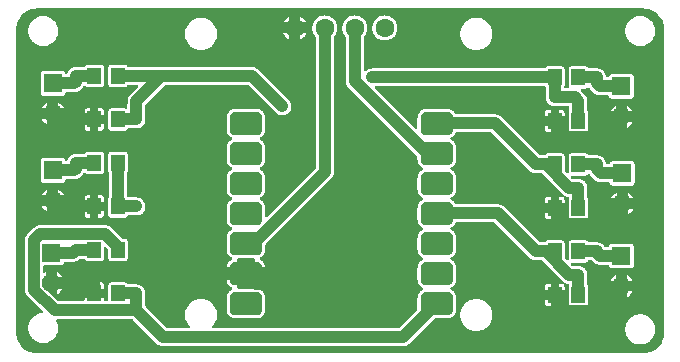
<source format=gtl>
G04 Layer: TopLayer*
G04 EasyEDA v6.5.39, 2024-01-01 10:38:23*
G04 ea5c35bb8de24b5fb85cbc62f3f06c18,0207d7639cbd4ff9ba197a67aa53e6ca,10*
G04 Gerber Generator version 0.2*
G04 Scale: 100 percent, Rotated: No, Reflected: No *
G04 Dimensions in millimeters *
G04 leading zeros omitted , absolute positions ,4 integer and 5 decimal *
%FSLAX45Y45*%
%MOMM*%

%AMMACRO1*21,1,$1,$2,0,0,$3*%
%ADD10C,1.0000*%
%ADD11MACRO1,1.377X1.1325X90.0000*%
%ADD12MACRO1,1.377X1.1325X-90.0000*%
%ADD13R,1.5748X1.5748*%
%ADD14C,1.5748*%
%ADD15C,1.6000*%
%ADD16C,0.6100*%
%ADD17C,0.0179*%

%LPD*%
G36*
X1254963Y3658108D02*
G01*
X1236522Y3659022D01*
X1219657Y3661613D01*
X1203096Y3665778D01*
X1187043Y3671570D01*
X1171600Y3678936D01*
X1156970Y3687775D01*
X1143304Y3697986D01*
X1130706Y3709466D01*
X1119225Y3722166D01*
X1109116Y3735933D01*
X1100378Y3750614D01*
X1093114Y3766058D01*
X1087424Y3782161D01*
X1083310Y3798722D01*
X1080871Y3815638D01*
X1080008Y3833063D01*
X1080008Y6403136D01*
X1080922Y6421526D01*
X1083513Y6438442D01*
X1087678Y6455003D01*
X1093520Y6471056D01*
X1100836Y6486448D01*
X1109675Y6501079D01*
X1119886Y6514795D01*
X1131366Y6527393D01*
X1144066Y6538823D01*
X1157833Y6548983D01*
X1172514Y6557721D01*
X1187958Y6564985D01*
X1204061Y6570675D01*
X1220622Y6574790D01*
X1237538Y6577228D01*
X1254963Y6578092D01*
X6390436Y6578092D01*
X6408826Y6577126D01*
X6425742Y6574586D01*
X6442303Y6570370D01*
X6458356Y6564579D01*
X6473748Y6557264D01*
X6488379Y6548424D01*
X6502095Y6538214D01*
X6514693Y6526682D01*
X6526123Y6514033D01*
X6536283Y6500266D01*
X6545021Y6485585D01*
X6552285Y6470142D01*
X6557975Y6454038D01*
X6562090Y6437426D01*
X6564528Y6420561D01*
X6565392Y6403136D01*
X6565392Y3833063D01*
X6564426Y3814622D01*
X6561886Y3797757D01*
X6557670Y3781196D01*
X6551879Y3765143D01*
X6544564Y3749700D01*
X6535724Y3735070D01*
X6525514Y3721404D01*
X6513982Y3708755D01*
X6501333Y3697325D01*
X6487566Y3687216D01*
X6472885Y3678478D01*
X6457442Y3671214D01*
X6441338Y3665524D01*
X6424726Y3661410D01*
X6407861Y3658920D01*
X6390436Y3658108D01*
G37*

%LPC*%
G36*
X2326690Y3719423D02*
G01*
X4358081Y3719474D01*
X4366920Y3720287D01*
X4369358Y3720693D01*
X4377944Y3722827D01*
X4380280Y3723589D01*
X4388510Y3726992D01*
X4390694Y3728110D01*
X4400346Y3734155D01*
X4407204Y3739794D01*
X4619396Y3951935D01*
X4622647Y3954119D01*
X4626559Y3954881D01*
X4728108Y3954881D01*
X4735677Y3955287D01*
X4744770Y3956710D01*
X4753457Y3959199D01*
X4757115Y3960571D01*
X4765243Y3964482D01*
X4773066Y3969461D01*
X4780076Y3975303D01*
X4786376Y3981907D01*
X4791862Y3989222D01*
X4794656Y3993845D01*
X4796485Y3997299D01*
X4799939Y4005630D01*
X4802479Y4014470D01*
X4803902Y4023512D01*
X4804308Y4031081D01*
X4804308Y4130548D01*
X4803902Y4138066D01*
X4802479Y4147159D01*
X4799939Y4155998D01*
X4796485Y4164329D01*
X4794656Y4167733D01*
X4789728Y4175455D01*
X4783988Y4182414D01*
X4780178Y4186275D01*
X4777232Y4188866D01*
X4769916Y4194301D01*
X4762042Y4198823D01*
X4758690Y4201617D01*
X4756810Y4205630D01*
X4756810Y4209999D01*
X4758690Y4213961D01*
X4762042Y4216806D01*
X4769916Y4221327D01*
X4777333Y4226814D01*
X4783937Y4233113D01*
X4789728Y4240174D01*
X4794656Y4247845D01*
X4796485Y4251299D01*
X4799939Y4259630D01*
X4802479Y4268470D01*
X4803902Y4277512D01*
X4804308Y4285081D01*
X4804308Y4384548D01*
X4803902Y4392066D01*
X4802479Y4401159D01*
X4799939Y4409998D01*
X4796485Y4418330D01*
X4794656Y4421733D01*
X4789728Y4429455D01*
X4783937Y4436465D01*
X4777333Y4442764D01*
X4769916Y4448302D01*
X4762042Y4452823D01*
X4758690Y4455617D01*
X4756810Y4459630D01*
X4756810Y4463999D01*
X4758690Y4467961D01*
X4762042Y4470806D01*
X4769916Y4475327D01*
X4777333Y4480814D01*
X4783937Y4487113D01*
X4789728Y4494174D01*
X4794656Y4501845D01*
X4796485Y4505299D01*
X4799939Y4513630D01*
X4802479Y4522470D01*
X4803902Y4531512D01*
X4804308Y4539081D01*
X4804308Y4638548D01*
X4803902Y4646066D01*
X4802479Y4655159D01*
X4799939Y4663998D01*
X4796485Y4672330D01*
X4794656Y4675733D01*
X4789728Y4683455D01*
X4783937Y4690465D01*
X4777333Y4696764D01*
X4769916Y4702302D01*
X4762042Y4706823D01*
X4758690Y4709617D01*
X4756810Y4713630D01*
X4756810Y4717999D01*
X4758690Y4721961D01*
X4762042Y4724806D01*
X4769916Y4729327D01*
X4777333Y4734814D01*
X4783937Y4741113D01*
X4789728Y4748174D01*
X4794605Y4755794D01*
X4797348Y4761280D01*
X4799634Y4764227D01*
X4802784Y4766208D01*
X4806442Y4766868D01*
X5126431Y4766868D01*
X5130342Y4766106D01*
X5133644Y4763922D01*
X5431891Y4465675D01*
X5438749Y4460036D01*
X5448401Y4453991D01*
X5450586Y4452874D01*
X5458815Y4449470D01*
X5461152Y4448708D01*
X5469737Y4446574D01*
X5472176Y4446168D01*
X5481015Y4445355D01*
X5526379Y4445304D01*
X5530291Y4444542D01*
X5533593Y4442307D01*
X5707532Y4268368D01*
X5711850Y4264456D01*
X5714339Y4261002D01*
X5715203Y4256887D01*
X5714288Y4252722D01*
X5711799Y4249318D01*
X5708142Y4247235D01*
X5703925Y4246829D01*
X5696458Y4247642D01*
X5675071Y4247642D01*
X5675071Y4193692D01*
X5722924Y4193692D01*
X5722924Y4221175D01*
X5722213Y4227525D01*
X5720283Y4232960D01*
X5716981Y4238244D01*
X5715508Y4242257D01*
X5715812Y4246473D01*
X5717844Y4250232D01*
X5721197Y4252823D01*
X5725312Y4253839D01*
X5729478Y4253026D01*
X5736539Y4250131D01*
X5738876Y4249369D01*
X5747308Y4247286D01*
X5752287Y4246626D01*
X5756503Y4245102D01*
X5759653Y4241901D01*
X5761075Y4237634D01*
X5760567Y4233214D01*
X5758586Y4227525D01*
X5757875Y4221175D01*
X5757875Y4084624D01*
X5758586Y4078274D01*
X5760516Y4072839D01*
X5763564Y4067911D01*
X5767679Y4063847D01*
X5772556Y4060748D01*
X5778042Y4058869D01*
X5784342Y4058158D01*
X5896457Y4058158D01*
X5902807Y4058869D01*
X5908243Y4060748D01*
X5913120Y4063847D01*
X5917234Y4067911D01*
X5920333Y4072839D01*
X5922213Y4078274D01*
X5922924Y4084624D01*
X5922924Y4221175D01*
X5922213Y4227525D01*
X5920333Y4232960D01*
X5917844Y4236872D01*
X5916726Y4239463D01*
X5916320Y4242257D01*
X5916320Y4321657D01*
X5916066Y4327499D01*
X5915456Y4333138D01*
X5914390Y4338726D01*
X5912916Y4344212D01*
X5911037Y4349546D01*
X5908802Y4354779D01*
X5906109Y4359808D01*
X5903112Y4364583D01*
X5899759Y4369155D01*
X5896051Y4373473D01*
X5892038Y4377486D01*
X5887720Y4381195D01*
X5883148Y4384548D01*
X5878372Y4387545D01*
X5873343Y4390237D01*
X5868111Y4392472D01*
X5862777Y4394352D01*
X5857290Y4395825D01*
X5851702Y4396892D01*
X5846064Y4397502D01*
X5840222Y4397756D01*
X5797042Y4397756D01*
X5793181Y4398518D01*
X5789879Y4400702D01*
X5781497Y4409084D01*
X5779312Y4412386D01*
X5778500Y4416298D01*
X5779312Y4420158D01*
X5781497Y4423460D01*
X5784799Y4425645D01*
X5788660Y4426458D01*
X5896457Y4426458D01*
X5902807Y4427169D01*
X5908243Y4429048D01*
X5913120Y4432147D01*
X5917234Y4436211D01*
X5919927Y4440529D01*
X5922213Y4443069D01*
X5925210Y4444746D01*
X5928563Y4445304D01*
X5951372Y4445304D01*
X5955233Y4444542D01*
X5958535Y4442358D01*
X5973419Y4427524D01*
X5982208Y4420514D01*
X5989828Y4415891D01*
X5992012Y4414774D01*
X6000242Y4411370D01*
X6002578Y4410608D01*
X6011214Y4408474D01*
X6013653Y4408068D01*
X6022492Y4407255D01*
X6089954Y4407204D01*
X6094069Y4406341D01*
X6097473Y4403852D01*
X6099606Y4400194D01*
X6101994Y4393082D01*
X6104991Y4388256D01*
X6109106Y4384141D01*
X6113983Y4381093D01*
X6119469Y4379163D01*
X6125768Y4378452D01*
X6282131Y4378452D01*
X6288430Y4379163D01*
X6293916Y4381093D01*
X6298793Y4384141D01*
X6302908Y4388256D01*
X6305956Y4393133D01*
X6307886Y4398619D01*
X6308598Y4404918D01*
X6308598Y4561281D01*
X6307886Y4567580D01*
X6305956Y4573066D01*
X6302908Y4577943D01*
X6298793Y4582058D01*
X6293916Y4585106D01*
X6288430Y4587036D01*
X6282131Y4587748D01*
X6125768Y4587748D01*
X6119469Y4587036D01*
X6113983Y4585106D01*
X6109106Y4582058D01*
X6104991Y4577943D01*
X6101994Y4573117D01*
X6099606Y4566005D01*
X6097473Y4562348D01*
X6094069Y4559858D01*
X6089954Y4558995D01*
X6068517Y4558995D01*
X6065367Y4559503D01*
X6062522Y4560976D01*
X6060287Y4563211D01*
X6056426Y4568545D01*
X6052769Y4572812D01*
X6048756Y4576826D01*
X6044438Y4580534D01*
X6039866Y4583887D01*
X6035090Y4586935D01*
X6030061Y4589576D01*
X6024829Y4591862D01*
X6019495Y4593742D01*
X6014008Y4595215D01*
X6008420Y4596231D01*
X6002782Y4596892D01*
X5996940Y4597095D01*
X5928563Y4597095D01*
X5925210Y4597654D01*
X5922213Y4599330D01*
X5919927Y4601870D01*
X5917234Y4606188D01*
X5913120Y4610252D01*
X5908243Y4613351D01*
X5902807Y4615230D01*
X5896457Y4615942D01*
X5784342Y4615942D01*
X5778042Y4615230D01*
X5772556Y4613351D01*
X5767679Y4610252D01*
X5763564Y4606188D01*
X5760516Y4601260D01*
X5758586Y4595825D01*
X5757875Y4589475D01*
X5757875Y4457242D01*
X5757113Y4453382D01*
X5754878Y4450080D01*
X5751576Y4447844D01*
X5747715Y4447082D01*
X5743803Y4447844D01*
X5740501Y4450080D01*
X5725922Y4464710D01*
X5723686Y4467961D01*
X5722924Y4471873D01*
X5722924Y4589475D01*
X5722213Y4595825D01*
X5720283Y4601260D01*
X5717235Y4606188D01*
X5713120Y4610252D01*
X5708243Y4613351D01*
X5702757Y4615230D01*
X5696458Y4615942D01*
X5584342Y4615942D01*
X5577992Y4615230D01*
X5572556Y4613351D01*
X5567680Y4610252D01*
X5563565Y4606188D01*
X5560872Y4601870D01*
X5558586Y4599330D01*
X5555589Y4597654D01*
X5552236Y4597095D01*
X5519318Y4597095D01*
X5515457Y4597857D01*
X5512155Y4600092D01*
X5213858Y4898288D01*
X5207000Y4903978D01*
X5205018Y4905400D01*
X5197398Y4909972D01*
X5195214Y4911090D01*
X5186984Y4914493D01*
X5184648Y4915255D01*
X5176012Y4917389D01*
X5173573Y4917795D01*
X5164734Y4918659D01*
X4806442Y4918710D01*
X4802784Y4919370D01*
X4799634Y4921351D01*
X4797348Y4924298D01*
X4794605Y4929835D01*
X4789728Y4937455D01*
X4783937Y4944465D01*
X4777333Y4950764D01*
X4769916Y4956302D01*
X4762042Y4960823D01*
X4758690Y4963617D01*
X4756810Y4967630D01*
X4756810Y4971999D01*
X4758690Y4975961D01*
X4762042Y4978806D01*
X4769916Y4983327D01*
X4777333Y4988814D01*
X4783937Y4995113D01*
X4789728Y5002174D01*
X4794656Y5009845D01*
X4796485Y5013299D01*
X4799939Y5021630D01*
X4802479Y5030470D01*
X4803902Y5039512D01*
X4804308Y5047081D01*
X4804308Y5146548D01*
X4803902Y5154066D01*
X4802479Y5163159D01*
X4799939Y5171998D01*
X4796485Y5180330D01*
X4794656Y5183733D01*
X4789728Y5191455D01*
X4783937Y5198465D01*
X4777333Y5204764D01*
X4769916Y5210302D01*
X4762042Y5214823D01*
X4758690Y5217617D01*
X4756810Y5221630D01*
X4756810Y5225999D01*
X4758690Y5229961D01*
X4762042Y5232806D01*
X4769916Y5237327D01*
X4777333Y5242814D01*
X4783937Y5249113D01*
X4789728Y5256174D01*
X4794656Y5263845D01*
X4796485Y5267299D01*
X4799939Y5275630D01*
X4802479Y5284470D01*
X4803902Y5293512D01*
X4804308Y5301081D01*
X4804308Y5400548D01*
X4803902Y5408066D01*
X4802479Y5417159D01*
X4799939Y5425998D01*
X4796485Y5434330D01*
X4794656Y5437733D01*
X4789728Y5445455D01*
X4783937Y5452465D01*
X4777333Y5458764D01*
X4769916Y5464302D01*
X4762042Y5468823D01*
X4758690Y5471617D01*
X4756810Y5475630D01*
X4756810Y5479999D01*
X4758690Y5483961D01*
X4762042Y5486806D01*
X4769916Y5491327D01*
X4777232Y5496763D01*
X4780178Y5499303D01*
X4786376Y5505856D01*
X4791862Y5513222D01*
X4794605Y5517794D01*
X4797348Y5523280D01*
X4799634Y5526227D01*
X4802784Y5528208D01*
X4806442Y5528868D01*
X5101031Y5528868D01*
X5104942Y5528106D01*
X5108244Y5525922D01*
X5431891Y5202275D01*
X5438749Y5196636D01*
X5448401Y5190591D01*
X5450586Y5189474D01*
X5458815Y5186070D01*
X5461152Y5185308D01*
X5469737Y5183174D01*
X5472176Y5182768D01*
X5481015Y5181955D01*
X5526379Y5181904D01*
X5530291Y5181142D01*
X5533593Y5178907D01*
X5707532Y5004968D01*
X5711850Y5001056D01*
X5714339Y4997602D01*
X5715203Y4993487D01*
X5714288Y4989322D01*
X5711799Y4985918D01*
X5708142Y4983835D01*
X5703925Y4983429D01*
X5696458Y4984242D01*
X5675071Y4984242D01*
X5675071Y4930292D01*
X5722924Y4930292D01*
X5722924Y4957775D01*
X5722213Y4964125D01*
X5720283Y4969560D01*
X5716981Y4974844D01*
X5715508Y4978857D01*
X5715812Y4983073D01*
X5717844Y4986832D01*
X5721197Y4989423D01*
X5725312Y4990439D01*
X5729478Y4989626D01*
X5736539Y4986731D01*
X5738876Y4985969D01*
X5747308Y4983886D01*
X5752287Y4983226D01*
X5756503Y4981702D01*
X5759653Y4978501D01*
X5761075Y4974234D01*
X5760567Y4969814D01*
X5758586Y4964125D01*
X5757875Y4957775D01*
X5757875Y4821224D01*
X5758586Y4814874D01*
X5760516Y4809439D01*
X5763564Y4804511D01*
X5767679Y4800447D01*
X5772556Y4797348D01*
X5778042Y4795469D01*
X5784342Y4794758D01*
X5896457Y4794758D01*
X5902807Y4795469D01*
X5908243Y4797348D01*
X5913120Y4800447D01*
X5917234Y4804511D01*
X5920333Y4809439D01*
X5922213Y4814874D01*
X5922924Y4821224D01*
X5922924Y4957775D01*
X5922213Y4964125D01*
X5920333Y4969560D01*
X5917844Y4973472D01*
X5916726Y4976063D01*
X5916320Y4978857D01*
X5916320Y5058257D01*
X5916066Y5064099D01*
X5915456Y5069738D01*
X5914390Y5075326D01*
X5912916Y5080812D01*
X5911037Y5086146D01*
X5908802Y5091379D01*
X5906109Y5096408D01*
X5903112Y5101183D01*
X5899759Y5105755D01*
X5896051Y5110073D01*
X5892038Y5114086D01*
X5887720Y5117795D01*
X5883148Y5121148D01*
X5878372Y5124145D01*
X5873343Y5126837D01*
X5868111Y5129072D01*
X5862777Y5130952D01*
X5857290Y5132425D01*
X5851702Y5133492D01*
X5846064Y5134102D01*
X5840222Y5134356D01*
X5797042Y5134356D01*
X5793181Y5135118D01*
X5789879Y5137302D01*
X5781497Y5145684D01*
X5779312Y5148986D01*
X5778500Y5152898D01*
X5779312Y5156758D01*
X5781497Y5160060D01*
X5784799Y5162245D01*
X5788660Y5163058D01*
X5896457Y5163058D01*
X5902807Y5163769D01*
X5908243Y5165648D01*
X5913120Y5168747D01*
X5920079Y5175859D01*
X5923686Y5177485D01*
X5927648Y5177586D01*
X5931357Y5176164D01*
X5934252Y5173421D01*
X5935929Y5171033D01*
X5941618Y5164175D01*
X5979718Y5126075D01*
X5988558Y5119014D01*
X5996178Y5114391D01*
X5998362Y5113274D01*
X6006592Y5109870D01*
X6008928Y5109108D01*
X6017564Y5106974D01*
X6020003Y5106568D01*
X6028842Y5105755D01*
X6096304Y5105704D01*
X6100419Y5104841D01*
X6103823Y5102352D01*
X6105956Y5098694D01*
X6108344Y5091582D01*
X6111341Y5086756D01*
X6115456Y5082641D01*
X6120333Y5079593D01*
X6125819Y5077663D01*
X6132118Y5076952D01*
X6288481Y5076952D01*
X6294780Y5077663D01*
X6300266Y5079593D01*
X6305143Y5082641D01*
X6309258Y5086756D01*
X6312306Y5091633D01*
X6314236Y5097119D01*
X6314948Y5103418D01*
X6314948Y5259781D01*
X6314236Y5266080D01*
X6312306Y5271566D01*
X6309258Y5276443D01*
X6305143Y5280558D01*
X6300266Y5283606D01*
X6294780Y5285536D01*
X6288481Y5286248D01*
X6132118Y5286248D01*
X6125819Y5285536D01*
X6120333Y5283606D01*
X6115456Y5280558D01*
X6111341Y5276443D01*
X6108344Y5271617D01*
X6105956Y5264505D01*
X6103823Y5260848D01*
X6100419Y5258358D01*
X6096304Y5257495D01*
X6082436Y5257495D01*
X6078728Y5258206D01*
X6075527Y5260238D01*
X6073292Y5263235D01*
X6072327Y5266893D01*
X6072124Y5269280D01*
X6071108Y5274665D01*
X6069634Y5280152D01*
X6067755Y5285536D01*
X6065520Y5290718D01*
X6062827Y5295747D01*
X6059830Y5300573D01*
X6056477Y5305145D01*
X6052769Y5309412D01*
X6048756Y5313426D01*
X6044438Y5317134D01*
X6039866Y5320487D01*
X6035090Y5323535D01*
X6030061Y5326176D01*
X6024829Y5328462D01*
X6019495Y5330342D01*
X6014008Y5331815D01*
X6008420Y5332831D01*
X6002782Y5333492D01*
X5996940Y5333695D01*
X5928563Y5333695D01*
X5925210Y5334254D01*
X5922213Y5335930D01*
X5919927Y5338470D01*
X5917234Y5342788D01*
X5913120Y5346852D01*
X5908243Y5349951D01*
X5902807Y5351830D01*
X5896457Y5352542D01*
X5784342Y5352542D01*
X5778042Y5351830D01*
X5772556Y5349951D01*
X5767679Y5346852D01*
X5763564Y5342788D01*
X5760516Y5337860D01*
X5758586Y5332425D01*
X5757875Y5326075D01*
X5757875Y5193842D01*
X5757113Y5189982D01*
X5754878Y5186680D01*
X5751576Y5184444D01*
X5747715Y5183682D01*
X5743803Y5184444D01*
X5740501Y5186680D01*
X5725922Y5201310D01*
X5723686Y5204561D01*
X5722924Y5208473D01*
X5722924Y5326075D01*
X5722213Y5332425D01*
X5720283Y5337860D01*
X5717235Y5342788D01*
X5713120Y5346852D01*
X5708243Y5349951D01*
X5702757Y5351830D01*
X5696458Y5352542D01*
X5584342Y5352542D01*
X5577992Y5351830D01*
X5572556Y5349951D01*
X5567680Y5346852D01*
X5563565Y5342788D01*
X5560872Y5338470D01*
X5558586Y5335930D01*
X5555589Y5334254D01*
X5552236Y5333695D01*
X5519318Y5333695D01*
X5515457Y5334457D01*
X5512155Y5336692D01*
X5188458Y5660288D01*
X5181600Y5665978D01*
X5179618Y5667400D01*
X5171998Y5671972D01*
X5169814Y5673090D01*
X5161584Y5676493D01*
X5159248Y5677255D01*
X5150612Y5679389D01*
X5148173Y5679795D01*
X5139334Y5680659D01*
X4806442Y5680710D01*
X4802784Y5681370D01*
X4799634Y5683351D01*
X4797348Y5686298D01*
X4794605Y5691835D01*
X4789728Y5699455D01*
X4783937Y5706465D01*
X4777333Y5712764D01*
X4769916Y5718302D01*
X4762042Y5722772D01*
X4753457Y5726430D01*
X4744770Y5728868D01*
X4735677Y5730290D01*
X4728108Y5730697D01*
X4553661Y5730697D01*
X4546092Y5730290D01*
X4537049Y5728868D01*
X4528362Y5726430D01*
X4524705Y5725058D01*
X4516526Y5721096D01*
X4508703Y5716117D01*
X4501692Y5710326D01*
X4495342Y5703671D01*
X4489958Y5696356D01*
X4485386Y5688431D01*
X4481830Y5679948D01*
X4480204Y5674817D01*
X4479290Y5671007D01*
X4477918Y5662218D01*
X4477512Y5654548D01*
X4477512Y5566562D01*
X4476699Y5562650D01*
X4474514Y5559399D01*
X4471212Y5557164D01*
X4467352Y5556402D01*
X4463440Y5557164D01*
X4460138Y5559399D01*
X4118356Y5901131D01*
X4116171Y5904433D01*
X4115409Y5908344D01*
X4116171Y5912205D01*
X4118356Y5915507D01*
X4121658Y5917742D01*
X4125569Y5918504D01*
X5552236Y5918504D01*
X5555589Y5917946D01*
X5558586Y5916269D01*
X5560872Y5913729D01*
X5562955Y5910427D01*
X5564073Y5907836D01*
X5564479Y5905042D01*
X5564479Y5825642D01*
X5564733Y5819800D01*
X5565343Y5814161D01*
X5566410Y5808573D01*
X5567883Y5803087D01*
X5569762Y5797753D01*
X5571998Y5792520D01*
X5574690Y5787491D01*
X5577687Y5782716D01*
X5581040Y5778144D01*
X5584748Y5773826D01*
X5588762Y5769813D01*
X5593080Y5766104D01*
X5597652Y5762752D01*
X5602427Y5759754D01*
X5607456Y5757062D01*
X5612688Y5754827D01*
X5618022Y5752947D01*
X5623509Y5751474D01*
X5629097Y5750407D01*
X5634736Y5749798D01*
X5640578Y5749544D01*
X5754319Y5749544D01*
X5758230Y5748782D01*
X5761532Y5746597D01*
X5763717Y5743295D01*
X5764479Y5739384D01*
X5764479Y5715457D01*
X5764072Y5712663D01*
X5762955Y5710072D01*
X5760516Y5706160D01*
X5758586Y5700725D01*
X5757875Y5694375D01*
X5757875Y5557824D01*
X5758586Y5551474D01*
X5760516Y5546039D01*
X5763564Y5541111D01*
X5767679Y5537047D01*
X5772556Y5533948D01*
X5778042Y5532069D01*
X5784342Y5531358D01*
X5896457Y5531358D01*
X5902807Y5532069D01*
X5908243Y5533948D01*
X5913120Y5537047D01*
X5917234Y5541111D01*
X5920333Y5546039D01*
X5922213Y5551474D01*
X5922924Y5557824D01*
X5922924Y5694375D01*
X5922213Y5700725D01*
X5920333Y5706160D01*
X5917844Y5710072D01*
X5916726Y5712663D01*
X5916320Y5715457D01*
X5916269Y5797702D01*
X5915406Y5806541D01*
X5914999Y5808980D01*
X5912866Y5817565D01*
X5912104Y5819902D01*
X5908700Y5828131D01*
X5907582Y5830316D01*
X5903010Y5837936D01*
X5901588Y5839968D01*
X5895898Y5846826D01*
X5863793Y5878982D01*
X5860542Y5881979D01*
X5858154Y5885281D01*
X5857240Y5889193D01*
X5857951Y5893155D01*
X5860135Y5896559D01*
X5863437Y5898845D01*
X5867400Y5899658D01*
X5896457Y5899658D01*
X5902807Y5900369D01*
X5908243Y5902248D01*
X5913120Y5905347D01*
X5916574Y5908802D01*
X5919622Y5910884D01*
X5923229Y5911748D01*
X5926886Y5911240D01*
X5930188Y5909513D01*
X5932576Y5906668D01*
X5935929Y5901283D01*
X5941618Y5894425D01*
X5973368Y5862675D01*
X5982208Y5855614D01*
X5989828Y5850991D01*
X5992012Y5849874D01*
X6000242Y5846470D01*
X6002578Y5845708D01*
X6011214Y5843574D01*
X6013653Y5843168D01*
X6022492Y5842355D01*
X6089954Y5842304D01*
X6094069Y5841441D01*
X6097473Y5838952D01*
X6099606Y5835294D01*
X6101994Y5828182D01*
X6104991Y5823356D01*
X6109106Y5819241D01*
X6113983Y5816193D01*
X6119469Y5814263D01*
X6125768Y5813552D01*
X6282131Y5813552D01*
X6288430Y5814263D01*
X6293916Y5816193D01*
X6298793Y5819241D01*
X6302908Y5823356D01*
X6305956Y5828233D01*
X6307886Y5833719D01*
X6308598Y5840018D01*
X6308598Y5996381D01*
X6307886Y6002680D01*
X6305956Y6008166D01*
X6302908Y6013043D01*
X6298793Y6017158D01*
X6293916Y6020206D01*
X6288430Y6022136D01*
X6282131Y6022848D01*
X6125768Y6022848D01*
X6119469Y6022136D01*
X6113983Y6020206D01*
X6109106Y6017158D01*
X6104991Y6013043D01*
X6101994Y6008217D01*
X6099606Y6001105D01*
X6097473Y5997448D01*
X6094069Y5994958D01*
X6089954Y5994095D01*
X6082436Y5994095D01*
X6078728Y5994806D01*
X6075527Y5996838D01*
X6073292Y5999835D01*
X6072327Y6003493D01*
X6072124Y6005880D01*
X6071108Y6011265D01*
X6069634Y6016752D01*
X6067755Y6022136D01*
X6065520Y6027318D01*
X6062827Y6032347D01*
X6059830Y6037173D01*
X6056477Y6041745D01*
X6052769Y6046012D01*
X6048756Y6050026D01*
X6044438Y6053734D01*
X6039866Y6057087D01*
X6035090Y6060135D01*
X6030061Y6062776D01*
X6024829Y6065062D01*
X6019495Y6066942D01*
X6014008Y6068415D01*
X6008420Y6069431D01*
X6002782Y6070092D01*
X5996940Y6070295D01*
X5928563Y6070295D01*
X5925210Y6070854D01*
X5922213Y6072530D01*
X5919927Y6075070D01*
X5917234Y6079388D01*
X5913120Y6083452D01*
X5908243Y6086551D01*
X5902807Y6088430D01*
X5896457Y6089142D01*
X5784342Y6089142D01*
X5778042Y6088430D01*
X5772556Y6086551D01*
X5767679Y6083452D01*
X5763564Y6079388D01*
X5760516Y6074460D01*
X5758586Y6069025D01*
X5757875Y6062675D01*
X5757875Y5926124D01*
X5758586Y5919774D01*
X5760313Y5914898D01*
X5760872Y5911088D01*
X5759958Y5907328D01*
X5757722Y5904179D01*
X5754471Y5902096D01*
X5750712Y5901385D01*
X5730087Y5901385D01*
X5726328Y5902096D01*
X5723077Y5904179D01*
X5720842Y5907328D01*
X5719927Y5911088D01*
X5720486Y5914898D01*
X5722213Y5919774D01*
X5722924Y5926124D01*
X5722924Y6062675D01*
X5722213Y6069025D01*
X5720283Y6074460D01*
X5717235Y6079388D01*
X5713120Y6083452D01*
X5708243Y6086551D01*
X5702757Y6088430D01*
X5696458Y6089142D01*
X5584342Y6089142D01*
X5577992Y6088430D01*
X5572556Y6086551D01*
X5567680Y6083452D01*
X5563565Y6079388D01*
X5560872Y6075070D01*
X5558586Y6072530D01*
X5555589Y6070854D01*
X5552236Y6070295D01*
X4092600Y6070295D01*
X4080916Y6069431D01*
X4069892Y6066891D01*
X4059326Y6062776D01*
X4049522Y6057087D01*
X4040632Y6050026D01*
X4039514Y6048806D01*
X4036263Y6046470D01*
X4032300Y6045555D01*
X4028338Y6046266D01*
X4024985Y6048451D01*
X4022699Y6051753D01*
X4021886Y6055715D01*
X4021886Y6335979D01*
X4022547Y6339535D01*
X4024426Y6342684D01*
X4030014Y6349034D01*
X4037685Y6360566D01*
X4043832Y6372961D01*
X4048302Y6386118D01*
X4050995Y6399682D01*
X4051909Y6413500D01*
X4050995Y6427317D01*
X4048302Y6440881D01*
X4043832Y6454038D01*
X4037685Y6466433D01*
X4030014Y6477965D01*
X4020870Y6488379D01*
X4010456Y6497523D01*
X3998925Y6505194D01*
X3986529Y6511340D01*
X3973423Y6515760D01*
X3959809Y6518503D01*
X3945991Y6519367D01*
X3932174Y6518503D01*
X3918610Y6515760D01*
X3905504Y6511340D01*
X3893058Y6505194D01*
X3881526Y6497523D01*
X3871112Y6488379D01*
X3862019Y6477965D01*
X3854297Y6466433D01*
X3848150Y6454038D01*
X3843731Y6440881D01*
X3841038Y6427317D01*
X3840124Y6413500D01*
X3841038Y6399682D01*
X3843731Y6386118D01*
X3848150Y6372961D01*
X3854297Y6360566D01*
X3862019Y6349034D01*
X3867556Y6342684D01*
X3869436Y6339586D01*
X3870096Y6335979D01*
X3870147Y5963513D01*
X3870960Y5954674D01*
X3871366Y5952236D01*
X3873500Y5943650D01*
X3874262Y5941314D01*
X3877665Y5933084D01*
X3878783Y5930900D01*
X3884828Y5921248D01*
X3890467Y5914390D01*
X4474514Y5330291D01*
X4476699Y5327040D01*
X4477512Y5323128D01*
X4477512Y5301081D01*
X4477918Y5293410D01*
X4479290Y5284571D01*
X4480204Y5280812D01*
X4483150Y5272125D01*
X4487113Y5263896D01*
X4492040Y5256225D01*
X4497882Y5249113D01*
X4504486Y5242814D01*
X4511852Y5237327D01*
X4519777Y5232806D01*
X4523130Y5229961D01*
X4524959Y5225999D01*
X4524959Y5221630D01*
X4523130Y5217617D01*
X4519777Y5214823D01*
X4511852Y5210302D01*
X4504486Y5204764D01*
X4497882Y5198465D01*
X4492040Y5191404D01*
X4487113Y5183733D01*
X4483150Y5175453D01*
X4480204Y5166817D01*
X4479290Y5163007D01*
X4477918Y5154218D01*
X4477512Y5146548D01*
X4477512Y5047081D01*
X4477918Y5039410D01*
X4479290Y5030571D01*
X4480204Y5026812D01*
X4483150Y5018125D01*
X4487113Y5009896D01*
X4492040Y5002225D01*
X4497882Y4995113D01*
X4504486Y4988814D01*
X4511852Y4983327D01*
X4519777Y4978806D01*
X4523130Y4975961D01*
X4524959Y4971999D01*
X4524959Y4967630D01*
X4523130Y4963617D01*
X4519777Y4960823D01*
X4511852Y4956302D01*
X4504486Y4950764D01*
X4497882Y4944465D01*
X4492040Y4937404D01*
X4487113Y4929733D01*
X4483150Y4921453D01*
X4480204Y4912817D01*
X4479290Y4909007D01*
X4477918Y4900218D01*
X4477512Y4892548D01*
X4477512Y4793081D01*
X4477918Y4785410D01*
X4479290Y4776571D01*
X4480204Y4772812D01*
X4483150Y4764125D01*
X4487113Y4755896D01*
X4492040Y4748225D01*
X4497882Y4741113D01*
X4504486Y4734814D01*
X4511852Y4729327D01*
X4519777Y4724806D01*
X4523130Y4721961D01*
X4524959Y4717999D01*
X4524959Y4713630D01*
X4523130Y4709617D01*
X4519777Y4706823D01*
X4511852Y4702302D01*
X4504486Y4696764D01*
X4497882Y4690465D01*
X4492040Y4683404D01*
X4487113Y4675733D01*
X4483150Y4667453D01*
X4480204Y4658817D01*
X4479290Y4655007D01*
X4477918Y4646218D01*
X4477512Y4638548D01*
X4477512Y4539081D01*
X4477918Y4531410D01*
X4479290Y4522571D01*
X4480204Y4518812D01*
X4483150Y4510125D01*
X4487113Y4501896D01*
X4492040Y4494225D01*
X4497882Y4487113D01*
X4504486Y4480814D01*
X4511852Y4475327D01*
X4519777Y4470806D01*
X4523130Y4467961D01*
X4524959Y4463999D01*
X4524959Y4459630D01*
X4523130Y4455617D01*
X4519777Y4452823D01*
X4511852Y4448302D01*
X4504486Y4442764D01*
X4497882Y4436465D01*
X4492040Y4429404D01*
X4487113Y4421733D01*
X4483150Y4413453D01*
X4480204Y4404817D01*
X4479290Y4401007D01*
X4477918Y4392218D01*
X4477512Y4384548D01*
X4477512Y4285081D01*
X4477918Y4277410D01*
X4479290Y4268571D01*
X4480204Y4264812D01*
X4483150Y4256125D01*
X4487113Y4247896D01*
X4492040Y4240225D01*
X4497882Y4233113D01*
X4504486Y4226814D01*
X4511852Y4221327D01*
X4519777Y4216806D01*
X4523130Y4213961D01*
X4524959Y4209999D01*
X4524959Y4205630D01*
X4523130Y4201617D01*
X4519777Y4198823D01*
X4511852Y4194301D01*
X4504537Y4188866D01*
X4501642Y4186275D01*
X4495342Y4179671D01*
X4489958Y4172356D01*
X4485386Y4164431D01*
X4481830Y4155948D01*
X4480204Y4150817D01*
X4479290Y4147007D01*
X4477918Y4138218D01*
X4477512Y4130548D01*
X4477562Y4029303D01*
X4476851Y4025290D01*
X4474565Y4021836D01*
X4326940Y3874211D01*
X4323638Y3871976D01*
X4319778Y3871214D01*
X2749143Y3871214D01*
X2745282Y3871976D01*
X2742031Y3874109D01*
X2739796Y3877360D01*
X2738983Y3881170D01*
X2739644Y3885031D01*
X2741726Y3888333D01*
X2749092Y3896156D01*
X2758541Y3908856D01*
X2766415Y3922522D01*
X2772714Y3937050D01*
X2777236Y3952189D01*
X2779979Y3967734D01*
X2780893Y3983482D01*
X2779979Y3999280D01*
X2777236Y4014825D01*
X2772714Y4029964D01*
X2766415Y4044492D01*
X2758541Y4058158D01*
X2749092Y4070858D01*
X2738272Y4082338D01*
X2726131Y4092498D01*
X2712974Y4101185D01*
X2698851Y4108297D01*
X2683967Y4113682D01*
X2668625Y4117340D01*
X2652928Y4119168D01*
X2637078Y4119168D01*
X2621381Y4117340D01*
X2606040Y4113682D01*
X2591155Y4108297D01*
X2577033Y4101185D01*
X2563876Y4092498D01*
X2551734Y4082338D01*
X2540914Y4070858D01*
X2531465Y4058158D01*
X2523591Y4044492D01*
X2517292Y4029964D01*
X2512771Y4014825D01*
X2510028Y3999280D01*
X2509113Y3983482D01*
X2510028Y3967734D01*
X2512771Y3952189D01*
X2517292Y3937050D01*
X2523591Y3922522D01*
X2531465Y3908856D01*
X2540914Y3896156D01*
X2548280Y3888333D01*
X2550363Y3885031D01*
X2551023Y3881170D01*
X2550210Y3877360D01*
X2547975Y3874109D01*
X2544724Y3871976D01*
X2540863Y3871214D01*
X2362250Y3871214D01*
X2358339Y3871976D01*
X2355037Y3874211D01*
X2177084Y4052163D01*
X2174900Y4055465D01*
X2174138Y4059326D01*
X2174138Y4165396D01*
X2173884Y4171289D01*
X2173274Y4176928D01*
X2172208Y4182465D01*
X2170734Y4187951D01*
X2168855Y4193336D01*
X2166620Y4198518D01*
X2163927Y4203547D01*
X2160930Y4208373D01*
X2157577Y4212945D01*
X2153869Y4217212D01*
X2149856Y4221226D01*
X2145538Y4224934D01*
X2140966Y4228287D01*
X2136190Y4231335D01*
X2131161Y4233976D01*
X2125929Y4236262D01*
X2120595Y4238142D01*
X2115108Y4239615D01*
X2109520Y4240631D01*
X2103882Y4241292D01*
X2098040Y4241495D01*
X2029663Y4241495D01*
X2026310Y4242054D01*
X2023313Y4243730D01*
X2021027Y4246270D01*
X2018334Y4250588D01*
X2014220Y4254652D01*
X2009343Y4257751D01*
X2003907Y4259630D01*
X1997557Y4260342D01*
X1885442Y4260342D01*
X1879142Y4259630D01*
X1873656Y4257751D01*
X1868779Y4254652D01*
X1864664Y4250588D01*
X1861616Y4245660D01*
X1859686Y4240225D01*
X1858975Y4233875D01*
X1858975Y4109770D01*
X1858213Y4105859D01*
X1855978Y4102557D01*
X1852675Y4100372D01*
X1848815Y4099610D01*
X1834184Y4099610D01*
X1830324Y4100372D01*
X1827022Y4102557D01*
X1824786Y4105859D01*
X1824024Y4109770D01*
X1824024Y4124807D01*
X1776171Y4124807D01*
X1776171Y4109770D01*
X1775409Y4105859D01*
X1773174Y4102557D01*
X1769872Y4100372D01*
X1766011Y4099610D01*
X1716989Y4099610D01*
X1713128Y4100372D01*
X1709826Y4102557D01*
X1707591Y4105859D01*
X1706829Y4109770D01*
X1706829Y4124807D01*
X1658975Y4124807D01*
X1658975Y4109770D01*
X1658162Y4105859D01*
X1655978Y4102557D01*
X1652676Y4100372D01*
X1648815Y4099610D01*
X1440383Y4099610D01*
X1436522Y4100372D01*
X1433220Y4102557D01*
X1335227Y4200601D01*
X1332992Y4203852D01*
X1332230Y4208780D01*
X1327302Y4209542D01*
X1324051Y4211777D01*
X1309014Y4226763D01*
X1306779Y4230065D01*
X1306017Y4233976D01*
X1306017Y4290060D01*
X1306779Y4293971D01*
X1309014Y4297222D01*
X1312316Y4299458D01*
X1316177Y4300220D01*
X1332230Y4300220D01*
X1332230Y4348378D01*
X1325626Y4345127D01*
X1321816Y4342587D01*
X1317802Y4340961D01*
X1313434Y4341215D01*
X1309573Y4343298D01*
X1306982Y4346752D01*
X1306017Y4351020D01*
X1306017Y4393692D01*
X1306779Y4397603D01*
X1309014Y4400854D01*
X1312316Y4403090D01*
X1316177Y4403852D01*
X1456131Y4403852D01*
X1462430Y4404563D01*
X1467916Y4406493D01*
X1472793Y4409541D01*
X1476908Y4413656D01*
X1479905Y4418482D01*
X1482293Y4425594D01*
X1484426Y4429252D01*
X1487830Y4431741D01*
X1491945Y4432604D01*
X1559407Y4432655D01*
X1568246Y4433468D01*
X1570685Y4433874D01*
X1579321Y4436008D01*
X1581658Y4436770D01*
X1589887Y4440174D01*
X1592072Y4441291D01*
X1599692Y4445914D01*
X1608531Y4452975D01*
X1610766Y4455160D01*
X1614017Y4457242D01*
X1617827Y4458004D01*
X1653336Y4458004D01*
X1656689Y4457446D01*
X1659686Y4455769D01*
X1661972Y4453229D01*
X1664665Y4448911D01*
X1668780Y4444847D01*
X1673656Y4441748D01*
X1679092Y4439869D01*
X1685442Y4439158D01*
X1797557Y4439158D01*
X1803857Y4439869D01*
X1809343Y4441748D01*
X1814220Y4444847D01*
X1818335Y4448911D01*
X1821383Y4453839D01*
X1823313Y4459274D01*
X1824024Y4465624D01*
X1824024Y4547616D01*
X1824786Y4551527D01*
X1827022Y4554829D01*
X1830324Y4557014D01*
X1834184Y4557776D01*
X1838096Y4557014D01*
X1841398Y4554829D01*
X1855978Y4540199D01*
X1858213Y4536897D01*
X1858975Y4533036D01*
X1858975Y4465624D01*
X1859686Y4459274D01*
X1861616Y4453839D01*
X1864664Y4448911D01*
X1868779Y4444847D01*
X1873656Y4441748D01*
X1879142Y4439869D01*
X1885442Y4439158D01*
X1997557Y4439158D01*
X2003907Y4439869D01*
X2009343Y4441748D01*
X2014220Y4444847D01*
X2018334Y4448911D01*
X2021433Y4453839D01*
X2023313Y4459274D01*
X2024024Y4465624D01*
X2024024Y4602175D01*
X2023313Y4608525D01*
X2021433Y4613960D01*
X2018334Y4618888D01*
X2014220Y4622952D01*
X2009343Y4626051D01*
X2003907Y4627930D01*
X1997557Y4628642D01*
X1986432Y4628642D01*
X1982571Y4629454D01*
X1979269Y4631639D01*
X1887169Y4723688D01*
X1880311Y4729327D01*
X1870659Y4735372D01*
X1868474Y4736490D01*
X1860245Y4739894D01*
X1857908Y4740656D01*
X1849323Y4742789D01*
X1846884Y4743196D01*
X1838045Y4744008D01*
X1279652Y4744008D01*
X1270812Y4743196D01*
X1268374Y4742789D01*
X1259789Y4740656D01*
X1257452Y4739894D01*
X1249222Y4736490D01*
X1247038Y4735372D01*
X1237386Y4729327D01*
X1230528Y4723688D01*
X1174597Y4667758D01*
X1168958Y4660900D01*
X1162913Y4651248D01*
X1161796Y4649063D01*
X1158392Y4640834D01*
X1157630Y4638497D01*
X1155496Y4629912D01*
X1155090Y4627473D01*
X1154277Y4618634D01*
X1154277Y4195673D01*
X1155090Y4186834D01*
X1155496Y4184396D01*
X1157630Y4175760D01*
X1158392Y4173423D01*
X1161796Y4165193D01*
X1162913Y4163009D01*
X1167536Y4155389D01*
X1174597Y4146550D01*
X1303426Y4017619D01*
X1305610Y4014419D01*
X1306423Y4010660D01*
X1305763Y4006850D01*
X1303731Y4003548D01*
X1300632Y4001262D01*
X1296873Y4000296D01*
X1292707Y4000042D01*
X1277569Y3997299D01*
X1262888Y3992727D01*
X1248867Y3986377D01*
X1235659Y3978401D01*
X1223568Y3968902D01*
X1212697Y3958031D01*
X1203198Y3945940D01*
X1195222Y3932732D01*
X1188872Y3918712D01*
X1184300Y3904030D01*
X1181557Y3888892D01*
X1180592Y3873500D01*
X1181557Y3858107D01*
X1184300Y3842969D01*
X1188872Y3828287D01*
X1195222Y3814267D01*
X1203198Y3801059D01*
X1212697Y3788968D01*
X1223568Y3778097D01*
X1235659Y3768598D01*
X1248867Y3760622D01*
X1262888Y3754272D01*
X1277569Y3749700D01*
X1292707Y3746957D01*
X1308100Y3745992D01*
X1323492Y3746957D01*
X1338630Y3749700D01*
X1353312Y3754272D01*
X1367332Y3760622D01*
X1380540Y3768598D01*
X1392631Y3778097D01*
X1403502Y3788968D01*
X1413002Y3801059D01*
X1420977Y3814267D01*
X1427327Y3828287D01*
X1431899Y3842969D01*
X1434642Y3858107D01*
X1435608Y3873500D01*
X1434642Y3888892D01*
X1431899Y3904030D01*
X1427327Y3918712D01*
X1420672Y3933444D01*
X1419758Y3937355D01*
X1420469Y3941318D01*
X1422654Y3944721D01*
X1425956Y3947007D01*
X1429918Y3947769D01*
X2062581Y3947769D01*
X2066442Y3947007D01*
X2069744Y3944823D01*
X2274824Y3739794D01*
X2283663Y3732733D01*
X2291283Y3728110D01*
X2293467Y3726992D01*
X2301697Y3723589D01*
X2304034Y3722827D01*
X2312670Y3720693D01*
X2315108Y3720287D01*
X2323947Y3719474D01*
G37*
G36*
X6362700Y3733292D02*
G01*
X6378092Y3734257D01*
X6393230Y3737000D01*
X6407912Y3741572D01*
X6421932Y3747922D01*
X6435140Y3755898D01*
X6447231Y3765397D01*
X6458102Y3776268D01*
X6467602Y3788359D01*
X6475577Y3801567D01*
X6481927Y3815587D01*
X6486499Y3830269D01*
X6489242Y3845407D01*
X6490208Y3860800D01*
X6489242Y3876192D01*
X6486499Y3891330D01*
X6481927Y3906012D01*
X6475577Y3920032D01*
X6467602Y3933240D01*
X6458102Y3945331D01*
X6447231Y3956202D01*
X6435140Y3965701D01*
X6421932Y3973677D01*
X6407912Y3980027D01*
X6393230Y3984599D01*
X6378092Y3987342D01*
X6362700Y3988308D01*
X6347307Y3987342D01*
X6332169Y3984599D01*
X6317488Y3980027D01*
X6303467Y3973677D01*
X6290259Y3965701D01*
X6278168Y3956202D01*
X6267297Y3945331D01*
X6257798Y3933240D01*
X6249822Y3920032D01*
X6243472Y3906012D01*
X6238900Y3891330D01*
X6236157Y3876192D01*
X6235192Y3860800D01*
X6236157Y3845407D01*
X6238900Y3830269D01*
X6243472Y3815587D01*
X6249822Y3801567D01*
X6257798Y3788359D01*
X6267297Y3776268D01*
X6278168Y3765397D01*
X6290259Y3755898D01*
X6303467Y3747922D01*
X6317488Y3741572D01*
X6332169Y3737000D01*
X6347307Y3734257D01*
G37*
G36*
X4967071Y3847846D02*
G01*
X4982921Y3847846D01*
X4998618Y3849674D01*
X5013960Y3853332D01*
X5028844Y3858717D01*
X5042966Y3865829D01*
X5056124Y3874515D01*
X5068265Y3884676D01*
X5079085Y3896156D01*
X5088534Y3908856D01*
X5096408Y3922522D01*
X5102707Y3937050D01*
X5107228Y3952189D01*
X5109972Y3967734D01*
X5110886Y3983482D01*
X5109972Y3999280D01*
X5107228Y4014825D01*
X5102707Y4029964D01*
X5096408Y4044492D01*
X5088534Y4058158D01*
X5079085Y4070858D01*
X5068265Y4082338D01*
X5056124Y4092498D01*
X5042966Y4101185D01*
X5028844Y4108297D01*
X5013960Y4113682D01*
X4998618Y4117340D01*
X4982921Y4119168D01*
X4967071Y4119168D01*
X4951374Y4117340D01*
X4936032Y4113682D01*
X4921148Y4108297D01*
X4907026Y4101185D01*
X4893868Y4092498D01*
X4881727Y4082338D01*
X4870907Y4070858D01*
X4861458Y4058158D01*
X4853584Y4044492D01*
X4847285Y4029964D01*
X4842764Y4014825D01*
X4840020Y3999280D01*
X4839106Y3983482D01*
X4840020Y3967734D01*
X4842764Y3952189D01*
X4847285Y3937050D01*
X4853584Y3922522D01*
X4861458Y3908856D01*
X4870907Y3896156D01*
X4881727Y3884676D01*
X4893868Y3874515D01*
X4907026Y3865829D01*
X4921148Y3858717D01*
X4936032Y3853332D01*
X4951374Y3849674D01*
G37*
G36*
X2937154Y3954881D02*
G01*
X3111652Y3954881D01*
X3119170Y3955287D01*
X3128264Y3956710D01*
X3136950Y3959199D01*
X3140608Y3960571D01*
X3148838Y3964533D01*
X3156559Y3969461D01*
X3163570Y3975303D01*
X3169869Y3981907D01*
X3175355Y3989222D01*
X3178149Y3993845D01*
X3179978Y3997299D01*
X3183432Y4005630D01*
X3185972Y4014470D01*
X3187395Y4023512D01*
X3187801Y4031081D01*
X3187801Y4130548D01*
X3187395Y4138066D01*
X3185972Y4147159D01*
X3183432Y4155998D01*
X3179978Y4164329D01*
X3178149Y4167733D01*
X3173222Y4175455D01*
X3167481Y4182414D01*
X3163671Y4186275D01*
X3160725Y4188866D01*
X3153460Y4194251D01*
X3145536Y4198823D01*
X3142183Y4201617D01*
X3140354Y4205630D01*
X3140354Y4209999D01*
X3142183Y4213961D01*
X3145536Y4216806D01*
X3153460Y4221327D01*
X3160826Y4226814D01*
X3167430Y4233113D01*
X3173222Y4240174D01*
X3178149Y4247845D01*
X3179978Y4251299D01*
X3183432Y4259630D01*
X3185972Y4268470D01*
X3187446Y4278477D01*
X3099511Y4278477D01*
X3099511Y4216857D01*
X3098749Y4212996D01*
X3096514Y4209694D01*
X3093212Y4207510D01*
X3089351Y4206697D01*
X2959455Y4206697D01*
X2955594Y4207510D01*
X2952292Y4209694D01*
X2950057Y4212996D01*
X2949295Y4216857D01*
X2949295Y4278477D01*
X2861310Y4278477D01*
X2861868Y4273804D01*
X2863748Y4264812D01*
X2866644Y4256227D01*
X2868828Y4251299D01*
X2870657Y4247845D01*
X2875584Y4240174D01*
X2881376Y4233113D01*
X2887980Y4226814D01*
X2895346Y4221327D01*
X2903270Y4216806D01*
X2906623Y4213961D01*
X2908452Y4209999D01*
X2908452Y4205630D01*
X2906623Y4201617D01*
X2903270Y4198823D01*
X2895346Y4194251D01*
X2888081Y4188866D01*
X2885135Y4186275D01*
X2878937Y4179722D01*
X2873451Y4172356D01*
X2868828Y4164329D01*
X2865374Y4155998D01*
X2862834Y4147159D01*
X2861411Y4138066D01*
X2861005Y4130548D01*
X2861005Y4031081D01*
X2861411Y4023512D01*
X2862834Y4014470D01*
X2865374Y4005630D01*
X2868828Y3997299D01*
X2870657Y3993845D01*
X2875584Y3986174D01*
X2881376Y3979113D01*
X2887980Y3972814D01*
X2895346Y3967327D01*
X2903270Y3962806D01*
X2908198Y3960571D01*
X2911856Y3959199D01*
X2920542Y3956710D01*
X2929636Y3955287D01*
G37*
G36*
X5584342Y4058158D02*
G01*
X5605729Y4058158D01*
X5605729Y4112107D01*
X5557875Y4112107D01*
X5557875Y4084624D01*
X5558586Y4078274D01*
X5560466Y4072839D01*
X5563565Y4067911D01*
X5567680Y4063847D01*
X5572556Y4060748D01*
X5577992Y4058869D01*
G37*
G36*
X5675071Y4058158D02*
G01*
X5696458Y4058158D01*
X5702757Y4058869D01*
X5708243Y4060748D01*
X5713120Y4063847D01*
X5717235Y4067911D01*
X5720283Y4072839D01*
X5722213Y4078274D01*
X5722924Y4084624D01*
X5722924Y4112107D01*
X5675071Y4112107D01*
G37*
G36*
X6158230Y4135221D02*
G01*
X6158230Y4183379D01*
X6110071Y4183379D01*
X6113322Y4176776D01*
X6120942Y4165396D01*
X6129985Y4155135D01*
X6140246Y4146092D01*
X6151626Y4138472D01*
G37*
G36*
X6249670Y4135221D02*
G01*
X6256274Y4138472D01*
X6267653Y4146092D01*
X6277914Y4155135D01*
X6286957Y4165396D01*
X6294577Y4176776D01*
X6297828Y4183379D01*
X6249670Y4183379D01*
G37*
G36*
X1423670Y4160621D02*
G01*
X1430274Y4163872D01*
X1441653Y4171492D01*
X1451914Y4180535D01*
X1460957Y4190796D01*
X1468577Y4202176D01*
X1471828Y4208780D01*
X1423670Y4208780D01*
G37*
G36*
X5557875Y4193692D02*
G01*
X5605729Y4193692D01*
X5605729Y4247642D01*
X5584342Y4247642D01*
X5577992Y4246930D01*
X5572556Y4245051D01*
X5567680Y4241952D01*
X5563565Y4237888D01*
X5560466Y4232960D01*
X5558586Y4227525D01*
X5557875Y4221175D01*
G37*
G36*
X1658975Y4206392D02*
G01*
X1706829Y4206392D01*
X1706829Y4260342D01*
X1685442Y4260342D01*
X1679092Y4259630D01*
X1673656Y4257751D01*
X1668780Y4254652D01*
X1664665Y4250588D01*
X1661566Y4245660D01*
X1659686Y4240225D01*
X1658975Y4233875D01*
G37*
G36*
X1776171Y4206392D02*
G01*
X1824024Y4206392D01*
X1824024Y4233875D01*
X1823313Y4240225D01*
X1821383Y4245660D01*
X1818335Y4250588D01*
X1814220Y4254652D01*
X1809343Y4257751D01*
X1803857Y4259630D01*
X1797557Y4260342D01*
X1776171Y4260342D01*
G37*
G36*
X6110071Y4274820D02*
G01*
X6158230Y4274820D01*
X6158230Y4322978D01*
X6151626Y4319727D01*
X6140246Y4312107D01*
X6129985Y4303064D01*
X6120942Y4292803D01*
X6113322Y4281424D01*
G37*
G36*
X6249670Y4274820D02*
G01*
X6297828Y4274820D01*
X6294577Y4281424D01*
X6286957Y4292803D01*
X6277914Y4303064D01*
X6267653Y4312107D01*
X6256274Y4319727D01*
X6249670Y4322978D01*
G37*
G36*
X1423670Y4300220D02*
G01*
X1471828Y4300220D01*
X1468577Y4306824D01*
X1460957Y4318203D01*
X1451914Y4328464D01*
X1441653Y4337507D01*
X1430274Y4345127D01*
X1423670Y4348378D01*
G37*
G36*
X2861360Y4391152D02*
G01*
X2949295Y4391152D01*
X2949295Y4452721D01*
X2950057Y4456633D01*
X2952292Y4459935D01*
X2955594Y4462119D01*
X2959455Y4462881D01*
X3089351Y4462881D01*
X3093212Y4462119D01*
X3096514Y4459935D01*
X3098749Y4456633D01*
X3099511Y4452721D01*
X3099511Y4391152D01*
X3187446Y4391152D01*
X3186938Y4395825D01*
X3185058Y4404817D01*
X3182162Y4413351D01*
X3179978Y4418330D01*
X3178149Y4421733D01*
X3173222Y4429455D01*
X3167430Y4436465D01*
X3160826Y4442764D01*
X3153460Y4448251D01*
X3145536Y4452823D01*
X3142183Y4455617D01*
X3140354Y4459630D01*
X3140354Y4463999D01*
X3142183Y4467961D01*
X3145536Y4470806D01*
X3153460Y4475327D01*
X3160826Y4480814D01*
X3167430Y4487113D01*
X3173222Y4494174D01*
X3178149Y4501845D01*
X3179978Y4505299D01*
X3183432Y4513630D01*
X3185972Y4522470D01*
X3187395Y4531512D01*
X3187801Y4539081D01*
X3187801Y4575860D01*
X3188563Y4579772D01*
X3190798Y4583074D01*
X3747515Y5139842D01*
X3753154Y5146700D01*
X3759200Y5156352D01*
X3760317Y5158536D01*
X3763721Y5166766D01*
X3764483Y5169103D01*
X3766616Y5177688D01*
X3767023Y5180126D01*
X3767836Y5188966D01*
X3767886Y6335979D01*
X3768547Y6339586D01*
X3770426Y6342684D01*
X3776014Y6349034D01*
X3783685Y6360566D01*
X3789832Y6372961D01*
X3794251Y6386118D01*
X3796995Y6399682D01*
X3797858Y6413500D01*
X3796995Y6427317D01*
X3794251Y6440932D01*
X3789832Y6454038D01*
X3783685Y6466433D01*
X3776014Y6477965D01*
X3766870Y6488379D01*
X3756456Y6497523D01*
X3744925Y6505194D01*
X3732529Y6511340D01*
X3719423Y6515760D01*
X3705809Y6518503D01*
X3691991Y6519367D01*
X3678174Y6518503D01*
X3664610Y6515760D01*
X3651453Y6511340D01*
X3639058Y6505194D01*
X3627526Y6497523D01*
X3617112Y6488379D01*
X3607968Y6477965D01*
X3600297Y6466433D01*
X3594150Y6454038D01*
X3589731Y6440932D01*
X3587038Y6427317D01*
X3586124Y6413500D01*
X3587038Y6399682D01*
X3589731Y6386118D01*
X3594150Y6372961D01*
X3600297Y6360566D01*
X3607968Y6349034D01*
X3613556Y6342684D01*
X3615436Y6339586D01*
X3616096Y6335979D01*
X3616096Y5227269D01*
X3615334Y5223408D01*
X3613099Y5220106D01*
X3205124Y4812131D01*
X3201873Y4809947D01*
X3197961Y4809185D01*
X3194050Y4809947D01*
X3190798Y4812131D01*
X3188563Y4815433D01*
X3187801Y4819345D01*
X3187801Y4892548D01*
X3187395Y4900066D01*
X3185972Y4909159D01*
X3183432Y4917998D01*
X3179978Y4926330D01*
X3178149Y4929733D01*
X3173222Y4937455D01*
X3167430Y4944465D01*
X3160826Y4950764D01*
X3153460Y4956251D01*
X3145536Y4960823D01*
X3142183Y4963617D01*
X3140354Y4967630D01*
X3140354Y4971999D01*
X3142183Y4975961D01*
X3145536Y4978806D01*
X3153460Y4983327D01*
X3160826Y4988814D01*
X3167430Y4995113D01*
X3173222Y5002174D01*
X3178149Y5009845D01*
X3179978Y5013299D01*
X3183432Y5021630D01*
X3185972Y5030470D01*
X3187395Y5039512D01*
X3187801Y5047081D01*
X3187801Y5146548D01*
X3187395Y5154066D01*
X3185972Y5163159D01*
X3183432Y5171998D01*
X3179978Y5180330D01*
X3178149Y5183733D01*
X3173222Y5191455D01*
X3167430Y5198465D01*
X3160826Y5204764D01*
X3153460Y5210251D01*
X3145536Y5214823D01*
X3142183Y5217617D01*
X3140354Y5221630D01*
X3140354Y5225999D01*
X3142183Y5229961D01*
X3145536Y5232806D01*
X3153460Y5237327D01*
X3160826Y5242814D01*
X3167430Y5249113D01*
X3173222Y5256174D01*
X3178149Y5263845D01*
X3179978Y5267299D01*
X3183432Y5275630D01*
X3185972Y5284470D01*
X3187395Y5293512D01*
X3187801Y5301081D01*
X3187801Y5400548D01*
X3187395Y5408066D01*
X3185972Y5417159D01*
X3183432Y5425998D01*
X3179978Y5434330D01*
X3178149Y5437733D01*
X3173222Y5445455D01*
X3167430Y5452465D01*
X3160826Y5458764D01*
X3153460Y5464251D01*
X3145536Y5468823D01*
X3142183Y5471617D01*
X3140354Y5475630D01*
X3140354Y5479999D01*
X3142183Y5483961D01*
X3145536Y5486806D01*
X3153460Y5491327D01*
X3160725Y5496763D01*
X3163671Y5499303D01*
X3169869Y5505856D01*
X3175355Y5513222D01*
X3178149Y5517845D01*
X3179978Y5521299D01*
X3183432Y5529630D01*
X3185972Y5538470D01*
X3187395Y5547512D01*
X3187801Y5555081D01*
X3187801Y5654548D01*
X3187395Y5662066D01*
X3185972Y5671159D01*
X3183432Y5679998D01*
X3179978Y5688330D01*
X3178149Y5691733D01*
X3173222Y5699455D01*
X3167430Y5706465D01*
X3160826Y5712764D01*
X3153460Y5718251D01*
X3145536Y5722823D01*
X3140608Y5725058D01*
X3136950Y5726430D01*
X3128264Y5728868D01*
X3119170Y5730290D01*
X3111652Y5730697D01*
X2937154Y5730697D01*
X2929636Y5730290D01*
X2920542Y5728868D01*
X2911856Y5726430D01*
X2908198Y5725058D01*
X2899968Y5721096D01*
X2892247Y5716117D01*
X2885236Y5710326D01*
X2878937Y5703722D01*
X2873451Y5696356D01*
X2868828Y5688330D01*
X2865374Y5679998D01*
X2862834Y5671159D01*
X2861411Y5662066D01*
X2861005Y5654548D01*
X2861005Y5555081D01*
X2861411Y5547512D01*
X2862834Y5538470D01*
X2865374Y5529630D01*
X2868828Y5521299D01*
X2870657Y5517845D01*
X2875584Y5510174D01*
X2881325Y5503164D01*
X2885135Y5499303D01*
X2888081Y5496763D01*
X2895346Y5491327D01*
X2903270Y5486806D01*
X2906623Y5483961D01*
X2908452Y5479999D01*
X2908452Y5475630D01*
X2906623Y5471617D01*
X2903270Y5468823D01*
X2895346Y5464251D01*
X2887980Y5458764D01*
X2881376Y5452465D01*
X2875584Y5445455D01*
X2870657Y5437733D01*
X2868828Y5434330D01*
X2865374Y5425998D01*
X2862834Y5417159D01*
X2861411Y5408066D01*
X2861005Y5400548D01*
X2861005Y5301081D01*
X2861411Y5293512D01*
X2862834Y5284470D01*
X2865374Y5275630D01*
X2868828Y5267299D01*
X2870657Y5263845D01*
X2875584Y5256174D01*
X2881376Y5249113D01*
X2887980Y5242814D01*
X2895346Y5237327D01*
X2903270Y5232806D01*
X2906623Y5229961D01*
X2908452Y5225999D01*
X2908452Y5221630D01*
X2906623Y5217617D01*
X2903270Y5214823D01*
X2895346Y5210251D01*
X2887980Y5204764D01*
X2881376Y5198465D01*
X2875584Y5191455D01*
X2870657Y5183733D01*
X2868828Y5180330D01*
X2865374Y5171998D01*
X2862834Y5163159D01*
X2861411Y5154066D01*
X2861005Y5146548D01*
X2861005Y5047081D01*
X2861411Y5039512D01*
X2862834Y5030470D01*
X2865374Y5021630D01*
X2868828Y5013299D01*
X2870657Y5009845D01*
X2875584Y5002174D01*
X2881376Y4995113D01*
X2887980Y4988814D01*
X2895346Y4983327D01*
X2903270Y4978806D01*
X2906623Y4975961D01*
X2908452Y4971999D01*
X2908452Y4967630D01*
X2906623Y4963617D01*
X2903270Y4960823D01*
X2895346Y4956251D01*
X2887980Y4950764D01*
X2881376Y4944465D01*
X2875584Y4937455D01*
X2870657Y4929733D01*
X2868828Y4926330D01*
X2865374Y4917998D01*
X2862834Y4909159D01*
X2861411Y4900066D01*
X2861005Y4892548D01*
X2861005Y4793081D01*
X2861411Y4785512D01*
X2862834Y4776470D01*
X2865374Y4767630D01*
X2868828Y4759299D01*
X2870657Y4755845D01*
X2875584Y4748174D01*
X2881376Y4741113D01*
X2887980Y4734814D01*
X2895346Y4729327D01*
X2903270Y4724806D01*
X2906623Y4721961D01*
X2908452Y4717999D01*
X2908452Y4713630D01*
X2906623Y4709617D01*
X2903270Y4706823D01*
X2895346Y4702251D01*
X2887980Y4696764D01*
X2881376Y4690465D01*
X2875584Y4683455D01*
X2870657Y4675733D01*
X2868828Y4672330D01*
X2865374Y4663998D01*
X2862834Y4655159D01*
X2861411Y4646066D01*
X2861005Y4638548D01*
X2861005Y4539081D01*
X2861411Y4531512D01*
X2862834Y4522470D01*
X2865374Y4513630D01*
X2868828Y4505299D01*
X2870657Y4501845D01*
X2875584Y4494174D01*
X2881376Y4487113D01*
X2887980Y4480814D01*
X2895346Y4475327D01*
X2903270Y4470806D01*
X2906623Y4467961D01*
X2908452Y4463999D01*
X2908452Y4459630D01*
X2906623Y4455617D01*
X2903270Y4452823D01*
X2895346Y4448251D01*
X2887980Y4442764D01*
X2881376Y4436465D01*
X2875584Y4429455D01*
X2870657Y4421733D01*
X2868828Y4418330D01*
X2865374Y4409998D01*
X2862834Y4401159D01*
G37*
G36*
X5584342Y4794758D02*
G01*
X5605729Y4794758D01*
X5605729Y4848707D01*
X5557875Y4848707D01*
X5557875Y4821224D01*
X5558586Y4814874D01*
X5560466Y4809439D01*
X5563565Y4804511D01*
X5567680Y4800447D01*
X5572556Y4797348D01*
X5577992Y4795469D01*
G37*
G36*
X5675071Y4794758D02*
G01*
X5696458Y4794758D01*
X5702757Y4795469D01*
X5708243Y4797348D01*
X5713120Y4800447D01*
X5717235Y4804511D01*
X5720283Y4809439D01*
X5722213Y4814874D01*
X5722924Y4821224D01*
X5722924Y4848707D01*
X5675071Y4848707D01*
G37*
G36*
X1776171Y4807458D02*
G01*
X1797557Y4807458D01*
X1803857Y4808169D01*
X1809343Y4810048D01*
X1814220Y4813147D01*
X1818335Y4817211D01*
X1821383Y4822139D01*
X1823313Y4827574D01*
X1824024Y4833924D01*
X1824024Y4861407D01*
X1776171Y4861407D01*
G37*
G36*
X1685442Y4807458D02*
G01*
X1706829Y4807458D01*
X1706829Y4861407D01*
X1658975Y4861407D01*
X1658975Y4833924D01*
X1659686Y4827574D01*
X1661566Y4822139D01*
X1664665Y4817211D01*
X1668780Y4813147D01*
X1673656Y4810048D01*
X1679092Y4808169D01*
G37*
G36*
X1885442Y4807458D02*
G01*
X1997557Y4807458D01*
X2003907Y4808169D01*
X2009343Y4810048D01*
X2014220Y4813147D01*
X2018334Y4817211D01*
X2021027Y4821529D01*
X2023313Y4824069D01*
X2026310Y4825746D01*
X2029663Y4826304D01*
X2097836Y4826304D01*
X2109520Y4827168D01*
X2120595Y4829708D01*
X2131161Y4833823D01*
X2140966Y4839512D01*
X2149805Y4846574D01*
X2157526Y4854905D01*
X2163927Y4864252D01*
X2168855Y4874463D01*
X2172208Y4885334D01*
X2173884Y4896510D01*
X2173884Y4907889D01*
X2172208Y4919065D01*
X2168855Y4929936D01*
X2163927Y4940147D01*
X2157526Y4949494D01*
X2149805Y4957826D01*
X2140966Y4964887D01*
X2131161Y4970576D01*
X2120595Y4974691D01*
X2109520Y4977231D01*
X2097836Y4978095D01*
X2029663Y4978095D01*
X2026310Y4978654D01*
X2023313Y4980330D01*
X2021027Y4982870D01*
X2018944Y4986172D01*
X2017826Y4988763D01*
X2017420Y4991557D01*
X2017420Y5181142D01*
X2017826Y5183936D01*
X2018944Y5186527D01*
X2021433Y5190439D01*
X2023313Y5195874D01*
X2024024Y5202224D01*
X2024024Y5338775D01*
X2023313Y5345125D01*
X2021433Y5350560D01*
X2018334Y5355488D01*
X2014220Y5359552D01*
X2009343Y5362651D01*
X2003907Y5364530D01*
X1997557Y5365242D01*
X1885442Y5365242D01*
X1879142Y5364530D01*
X1873656Y5362651D01*
X1868779Y5359552D01*
X1864664Y5355488D01*
X1861616Y5350560D01*
X1859686Y5345125D01*
X1858975Y5338775D01*
X1858975Y5202224D01*
X1859686Y5195874D01*
X1861616Y5190439D01*
X1864055Y5186527D01*
X1865172Y5183936D01*
X1865579Y5181142D01*
X1865579Y4991557D01*
X1865172Y4988763D01*
X1864055Y4986172D01*
X1861616Y4982260D01*
X1859686Y4976825D01*
X1858975Y4970475D01*
X1858975Y4833924D01*
X1859686Y4827574D01*
X1861616Y4822139D01*
X1864664Y4817211D01*
X1868779Y4813147D01*
X1873656Y4810048D01*
X1879142Y4808169D01*
G37*
G36*
X6164580Y4833721D02*
G01*
X6164580Y4881880D01*
X6116421Y4881880D01*
X6119672Y4875276D01*
X6127292Y4863896D01*
X6136335Y4853635D01*
X6146596Y4844592D01*
X6157976Y4836972D01*
G37*
G36*
X6256020Y4833721D02*
G01*
X6262624Y4836972D01*
X6274003Y4844592D01*
X6284264Y4853635D01*
X6293307Y4863896D01*
X6300927Y4875276D01*
X6304178Y4881880D01*
X6256020Y4881880D01*
G37*
G36*
X1344930Y4859121D02*
G01*
X1344930Y4907280D01*
X1296771Y4907280D01*
X1300022Y4900676D01*
X1307642Y4889296D01*
X1316685Y4879035D01*
X1326946Y4869992D01*
X1338326Y4862372D01*
G37*
G36*
X1436370Y4859121D02*
G01*
X1442974Y4862372D01*
X1454353Y4869992D01*
X1464614Y4879035D01*
X1473657Y4889296D01*
X1481277Y4900676D01*
X1484528Y4907280D01*
X1436370Y4907280D01*
G37*
G36*
X5557875Y4930292D02*
G01*
X5605729Y4930292D01*
X5605729Y4984242D01*
X5584342Y4984242D01*
X5577992Y4983530D01*
X5572556Y4981651D01*
X5567680Y4978552D01*
X5563565Y4974488D01*
X5560466Y4969560D01*
X5558586Y4964125D01*
X5557875Y4957775D01*
G37*
G36*
X1658975Y4942992D02*
G01*
X1706829Y4942992D01*
X1706829Y4996942D01*
X1685442Y4996942D01*
X1679092Y4996230D01*
X1673656Y4994351D01*
X1668780Y4991252D01*
X1664665Y4987188D01*
X1661566Y4982260D01*
X1659686Y4976825D01*
X1658975Y4970475D01*
G37*
G36*
X1776171Y4942992D02*
G01*
X1824024Y4942992D01*
X1824024Y4970475D01*
X1823313Y4976825D01*
X1821383Y4982260D01*
X1818335Y4987188D01*
X1814220Y4991252D01*
X1809343Y4994351D01*
X1803857Y4996230D01*
X1797557Y4996942D01*
X1776171Y4996942D01*
G37*
G36*
X6256020Y4973320D02*
G01*
X6304178Y4973320D01*
X6300927Y4979924D01*
X6293307Y4991303D01*
X6284264Y5001564D01*
X6274003Y5010607D01*
X6262624Y5018227D01*
X6256020Y5021478D01*
G37*
G36*
X6116421Y4973320D02*
G01*
X6164580Y4973320D01*
X6164580Y5021478D01*
X6157976Y5018227D01*
X6146596Y5010607D01*
X6136335Y5001564D01*
X6127292Y4991303D01*
X6119672Y4979924D01*
G37*
G36*
X1296771Y4998720D02*
G01*
X1344930Y4998720D01*
X1344930Y5046878D01*
X1338326Y5043627D01*
X1326946Y5036007D01*
X1316685Y5026964D01*
X1307642Y5016703D01*
X1300022Y5005324D01*
G37*
G36*
X1436370Y4998720D02*
G01*
X1484528Y4998720D01*
X1481277Y5005324D01*
X1473657Y5016703D01*
X1464614Y5026964D01*
X1454353Y5036007D01*
X1442974Y5043627D01*
X1436370Y5046878D01*
G37*
G36*
X1312468Y5102352D02*
G01*
X1468831Y5102352D01*
X1475130Y5103063D01*
X1480616Y5104993D01*
X1485493Y5108041D01*
X1489608Y5112156D01*
X1492605Y5116982D01*
X1494993Y5124094D01*
X1497126Y5127752D01*
X1500530Y5130241D01*
X1504645Y5131104D01*
X1572107Y5131155D01*
X1580946Y5131968D01*
X1583385Y5132374D01*
X1592021Y5134508D01*
X1594358Y5135270D01*
X1602587Y5138674D01*
X1604772Y5139791D01*
X1612392Y5144414D01*
X1621231Y5151475D01*
X1640281Y5170525D01*
X1645767Y5177180D01*
X1649526Y5183124D01*
X1651965Y5185816D01*
X1655216Y5187442D01*
X1658823Y5187848D01*
X1662328Y5186934D01*
X1665325Y5184902D01*
X1668780Y5181447D01*
X1673656Y5178348D01*
X1679092Y5176469D01*
X1685442Y5175758D01*
X1797557Y5175758D01*
X1803857Y5176469D01*
X1809343Y5178348D01*
X1814220Y5181447D01*
X1818335Y5185511D01*
X1821383Y5190439D01*
X1823313Y5195874D01*
X1824024Y5202224D01*
X1824024Y5338775D01*
X1823313Y5345125D01*
X1821383Y5350560D01*
X1818335Y5355488D01*
X1814220Y5359552D01*
X1809343Y5362651D01*
X1803857Y5364530D01*
X1797557Y5365242D01*
X1685442Y5365242D01*
X1679092Y5364530D01*
X1673656Y5362651D01*
X1668780Y5359552D01*
X1664665Y5355488D01*
X1661972Y5351170D01*
X1659686Y5348630D01*
X1656689Y5346954D01*
X1653336Y5346395D01*
X1584960Y5346395D01*
X1579118Y5346192D01*
X1573479Y5345531D01*
X1567891Y5344515D01*
X1562404Y5343042D01*
X1557070Y5341162D01*
X1551838Y5338876D01*
X1546809Y5336235D01*
X1542034Y5333187D01*
X1537462Y5329834D01*
X1533144Y5326126D01*
X1529130Y5322112D01*
X1525422Y5317845D01*
X1522069Y5313273D01*
X1519072Y5308447D01*
X1516380Y5303418D01*
X1514144Y5298287D01*
X1512874Y5294376D01*
X1510741Y5290769D01*
X1507388Y5288330D01*
X1503273Y5287416D01*
X1499209Y5288280D01*
X1495806Y5290667D01*
X1493621Y5294223D01*
X1492656Y5296966D01*
X1489608Y5301843D01*
X1485493Y5305958D01*
X1480616Y5309006D01*
X1475130Y5310936D01*
X1468831Y5311648D01*
X1312468Y5311648D01*
X1306169Y5310936D01*
X1300683Y5309006D01*
X1295806Y5305958D01*
X1291691Y5301843D01*
X1288643Y5296966D01*
X1286713Y5291480D01*
X1286002Y5285181D01*
X1286002Y5128818D01*
X1286713Y5122519D01*
X1288643Y5117033D01*
X1291691Y5112156D01*
X1295806Y5108041D01*
X1300683Y5104993D01*
X1306169Y5103063D01*
G37*
G36*
X5584342Y5531358D02*
G01*
X5605729Y5531358D01*
X5605729Y5585307D01*
X5557875Y5585307D01*
X5557875Y5557824D01*
X5558586Y5551474D01*
X5560466Y5546039D01*
X5563565Y5541111D01*
X5567680Y5537047D01*
X5572556Y5533948D01*
X5577992Y5532069D01*
G37*
G36*
X5675071Y5531358D02*
G01*
X5696458Y5531358D01*
X5702757Y5532069D01*
X5708243Y5533948D01*
X5713120Y5537047D01*
X5717235Y5541111D01*
X5720283Y5546039D01*
X5722213Y5551474D01*
X5722924Y5557824D01*
X5722924Y5585307D01*
X5675071Y5585307D01*
G37*
G36*
X1776171Y5544058D02*
G01*
X1797557Y5544058D01*
X1803857Y5544769D01*
X1809343Y5546648D01*
X1814220Y5549747D01*
X1818335Y5553811D01*
X1821383Y5558739D01*
X1823313Y5564174D01*
X1824024Y5570524D01*
X1824024Y5598007D01*
X1776171Y5598007D01*
G37*
G36*
X1685442Y5544058D02*
G01*
X1706829Y5544058D01*
X1706829Y5598007D01*
X1658975Y5598007D01*
X1658975Y5570524D01*
X1659686Y5564174D01*
X1661566Y5558739D01*
X1664665Y5553811D01*
X1668780Y5549747D01*
X1673656Y5546648D01*
X1679092Y5544769D01*
G37*
G36*
X1885442Y5544058D02*
G01*
X1997557Y5544058D01*
X2003907Y5544769D01*
X2009343Y5546648D01*
X2014220Y5549747D01*
X2018334Y5553811D01*
X2021027Y5558129D01*
X2023313Y5560669D01*
X2026310Y5562346D01*
X2029663Y5562904D01*
X2098040Y5562904D01*
X2103882Y5563108D01*
X2109520Y5563768D01*
X2115108Y5564784D01*
X2120595Y5566257D01*
X2125929Y5568137D01*
X2131161Y5570423D01*
X2136190Y5573064D01*
X2140966Y5576112D01*
X2145538Y5579465D01*
X2149856Y5583174D01*
X2153869Y5587187D01*
X2157577Y5591454D01*
X2160930Y5596026D01*
X2163927Y5600852D01*
X2166620Y5605881D01*
X2168855Y5611063D01*
X2170734Y5616448D01*
X2172208Y5621934D01*
X2173274Y5627471D01*
X2173884Y5633110D01*
X2174138Y5639003D01*
X2174138Y5759856D01*
X2174900Y5763768D01*
X2177084Y5767070D01*
X2338273Y5928207D01*
X2341575Y5930442D01*
X2345436Y5931204D01*
X3040532Y5931204D01*
X3044393Y5930442D01*
X3047695Y5928207D01*
X3279089Y5696813D01*
X3287979Y5689193D01*
X3297580Y5683148D01*
X3307994Y5678627D01*
X3318916Y5675680D01*
X3330194Y5674410D01*
X3341522Y5674817D01*
X3352698Y5676950D01*
X3363366Y5680659D01*
X3373424Y5685993D01*
X3382518Y5692698D01*
X3390544Y5700725D01*
X3397300Y5709869D01*
X3402584Y5719876D01*
X3406343Y5730595D01*
X3408426Y5741720D01*
X3408883Y5753049D01*
X3407613Y5764326D01*
X3404666Y5775299D01*
X3400145Y5785662D01*
X3394100Y5795264D01*
X3386429Y5804154D01*
X3127959Y6062624D01*
X3121101Y6068263D01*
X3111449Y6074308D01*
X3109264Y6075426D01*
X3101035Y6078829D01*
X3098698Y6079591D01*
X3090113Y6081725D01*
X3087674Y6082131D01*
X3078835Y6082944D01*
X2029663Y6082995D01*
X2026310Y6083554D01*
X2023313Y6085230D01*
X2021027Y6087770D01*
X2018334Y6092088D01*
X2014220Y6096152D01*
X2009343Y6099251D01*
X2003907Y6101130D01*
X1997557Y6101842D01*
X1885442Y6101842D01*
X1879142Y6101130D01*
X1873656Y6099251D01*
X1868779Y6096152D01*
X1864664Y6092088D01*
X1861616Y6087160D01*
X1859686Y6081725D01*
X1858975Y6075375D01*
X1858975Y5938824D01*
X1859686Y5932474D01*
X1861616Y5927039D01*
X1864664Y5922111D01*
X1868779Y5918047D01*
X1873656Y5914948D01*
X1879142Y5913069D01*
X1885442Y5912358D01*
X1997557Y5912358D01*
X2003907Y5913069D01*
X2009343Y5914948D01*
X2014220Y5918047D01*
X2018334Y5922111D01*
X2021027Y5926429D01*
X2023313Y5928969D01*
X2026310Y5930646D01*
X2029663Y5931204D01*
X2102002Y5931204D01*
X2105914Y5930442D01*
X2109216Y5928207D01*
X2111400Y5924905D01*
X2112162Y5921044D01*
X2111400Y5917133D01*
X2109216Y5913831D01*
X2042718Y5847283D01*
X2037029Y5840425D01*
X2035606Y5838444D01*
X2031034Y5830824D01*
X2029917Y5828639D01*
X2026513Y5820410D01*
X2025751Y5818073D01*
X2023618Y5809437D01*
X2023211Y5806998D01*
X2022348Y5798159D01*
X2022297Y5740704D01*
X2021586Y5736945D01*
X2019503Y5733694D01*
X2016353Y5731459D01*
X2012594Y5730544D01*
X2008784Y5731103D01*
X2003907Y5732830D01*
X1997557Y5733542D01*
X1885442Y5733542D01*
X1879142Y5732830D01*
X1873656Y5730951D01*
X1868779Y5727852D01*
X1864664Y5723788D01*
X1861616Y5718860D01*
X1859686Y5713425D01*
X1858975Y5707075D01*
X1858975Y5570524D01*
X1859686Y5564174D01*
X1861616Y5558739D01*
X1864664Y5553811D01*
X1868779Y5549747D01*
X1873656Y5546648D01*
X1879142Y5544769D01*
G37*
G36*
X6249670Y5570321D02*
G01*
X6256274Y5573572D01*
X6267653Y5581192D01*
X6277914Y5590235D01*
X6286957Y5600496D01*
X6294577Y5611876D01*
X6297828Y5618480D01*
X6249670Y5618480D01*
G37*
G36*
X6158230Y5570321D02*
G01*
X6158230Y5618480D01*
X6110071Y5618480D01*
X6113322Y5611876D01*
X6120942Y5600496D01*
X6129985Y5590235D01*
X6140246Y5581192D01*
X6151626Y5573572D01*
G37*
G36*
X1344930Y5595721D02*
G01*
X1344930Y5643880D01*
X1296771Y5643880D01*
X1300022Y5637276D01*
X1307642Y5625896D01*
X1316685Y5615635D01*
X1326946Y5606592D01*
X1338326Y5598972D01*
G37*
G36*
X1436370Y5595721D02*
G01*
X1442974Y5598972D01*
X1454353Y5606592D01*
X1464614Y5615635D01*
X1473657Y5625896D01*
X1481277Y5637276D01*
X1484528Y5643880D01*
X1436370Y5643880D01*
G37*
G36*
X5557875Y5666892D02*
G01*
X5605729Y5666892D01*
X5605729Y5720842D01*
X5584342Y5720842D01*
X5577992Y5720130D01*
X5572556Y5718251D01*
X5567680Y5715152D01*
X5563565Y5711088D01*
X5560466Y5706160D01*
X5558586Y5700725D01*
X5557875Y5694375D01*
G37*
G36*
X5675071Y5666892D02*
G01*
X5722924Y5666892D01*
X5722924Y5694375D01*
X5722213Y5700725D01*
X5720283Y5706160D01*
X5717235Y5711088D01*
X5713120Y5715152D01*
X5708243Y5718251D01*
X5702757Y5720130D01*
X5696458Y5720842D01*
X5675071Y5720842D01*
G37*
G36*
X1658975Y5679592D02*
G01*
X1706829Y5679592D01*
X1706829Y5733542D01*
X1685442Y5733542D01*
X1679092Y5732830D01*
X1673656Y5730951D01*
X1668780Y5727852D01*
X1664665Y5723788D01*
X1661566Y5718860D01*
X1659686Y5713425D01*
X1658975Y5707075D01*
G37*
G36*
X1776171Y5679592D02*
G01*
X1824024Y5679592D01*
X1824024Y5707075D01*
X1823313Y5713425D01*
X1821383Y5718860D01*
X1818335Y5723788D01*
X1814220Y5727852D01*
X1809343Y5730951D01*
X1803857Y5732830D01*
X1797557Y5733542D01*
X1776171Y5733542D01*
G37*
G36*
X6110071Y5709920D02*
G01*
X6158230Y5709920D01*
X6158230Y5758078D01*
X6151626Y5754827D01*
X6140246Y5747207D01*
X6129985Y5738164D01*
X6120942Y5727903D01*
X6113322Y5716524D01*
G37*
G36*
X6249670Y5709920D02*
G01*
X6297828Y5709920D01*
X6294577Y5716524D01*
X6286957Y5727903D01*
X6277914Y5738164D01*
X6267653Y5747207D01*
X6256274Y5754827D01*
X6249670Y5758078D01*
G37*
G36*
X1296771Y5735320D02*
G01*
X1344930Y5735320D01*
X1344930Y5783478D01*
X1338326Y5780227D01*
X1326946Y5772607D01*
X1316685Y5763564D01*
X1307642Y5753303D01*
X1300022Y5741924D01*
G37*
G36*
X1436370Y5735320D02*
G01*
X1484528Y5735320D01*
X1481277Y5741924D01*
X1473657Y5753303D01*
X1464614Y5763564D01*
X1454353Y5772607D01*
X1442974Y5780227D01*
X1436370Y5783478D01*
G37*
G36*
X1312468Y5838952D02*
G01*
X1468831Y5838952D01*
X1475130Y5839663D01*
X1480616Y5841593D01*
X1485493Y5844641D01*
X1489608Y5848756D01*
X1492605Y5853582D01*
X1494993Y5860694D01*
X1497126Y5864352D01*
X1500530Y5866841D01*
X1504645Y5867704D01*
X1572107Y5867755D01*
X1580946Y5868568D01*
X1583385Y5868974D01*
X1592021Y5871108D01*
X1594358Y5871870D01*
X1602587Y5875274D01*
X1604772Y5876391D01*
X1612392Y5881014D01*
X1621231Y5888075D01*
X1640281Y5907125D01*
X1645767Y5913780D01*
X1649526Y5919724D01*
X1651965Y5922416D01*
X1655216Y5924042D01*
X1658823Y5924448D01*
X1662328Y5923534D01*
X1665325Y5921502D01*
X1668780Y5918047D01*
X1673656Y5914948D01*
X1679092Y5913069D01*
X1685442Y5912358D01*
X1797557Y5912358D01*
X1803857Y5913069D01*
X1809343Y5914948D01*
X1814220Y5918047D01*
X1818335Y5922111D01*
X1821383Y5927039D01*
X1823313Y5932474D01*
X1824024Y5938824D01*
X1824024Y6075375D01*
X1823313Y6081725D01*
X1821383Y6087160D01*
X1818335Y6092088D01*
X1814220Y6096152D01*
X1809343Y6099251D01*
X1803857Y6101130D01*
X1797557Y6101842D01*
X1685442Y6101842D01*
X1679092Y6101130D01*
X1673656Y6099251D01*
X1668780Y6096152D01*
X1664665Y6092088D01*
X1661972Y6087770D01*
X1659686Y6085230D01*
X1656689Y6083554D01*
X1653336Y6082995D01*
X1584960Y6082995D01*
X1579118Y6082792D01*
X1573479Y6082131D01*
X1567891Y6081115D01*
X1562404Y6079642D01*
X1557070Y6077762D01*
X1551838Y6075476D01*
X1546809Y6072835D01*
X1542034Y6069787D01*
X1537462Y6066434D01*
X1533144Y6062726D01*
X1529130Y6058712D01*
X1525422Y6054445D01*
X1522069Y6049873D01*
X1519072Y6045047D01*
X1516380Y6040018D01*
X1514144Y6034887D01*
X1512874Y6030976D01*
X1510741Y6027369D01*
X1507388Y6024930D01*
X1503273Y6024016D01*
X1499209Y6024880D01*
X1495806Y6027267D01*
X1493621Y6030823D01*
X1492656Y6033566D01*
X1489608Y6038443D01*
X1485493Y6042558D01*
X1480616Y6045606D01*
X1475130Y6047536D01*
X1468831Y6048248D01*
X1312468Y6048248D01*
X1306169Y6047536D01*
X1300683Y6045606D01*
X1295806Y6042558D01*
X1291691Y6038443D01*
X1288643Y6033566D01*
X1286713Y6028080D01*
X1286002Y6021781D01*
X1286002Y5865418D01*
X1286713Y5859119D01*
X1288643Y5853633D01*
X1291691Y5848756D01*
X1295806Y5844641D01*
X1300683Y5841593D01*
X1306169Y5839663D01*
G37*
G36*
X2637078Y6227826D02*
G01*
X2652928Y6227826D01*
X2668625Y6229654D01*
X2683967Y6233312D01*
X2698851Y6238697D01*
X2712974Y6245809D01*
X2726131Y6254496D01*
X2738272Y6264656D01*
X2749092Y6276136D01*
X2758541Y6288836D01*
X2766415Y6302502D01*
X2772714Y6317030D01*
X2777236Y6332169D01*
X2779979Y6347714D01*
X2780893Y6363462D01*
X2779979Y6379260D01*
X2777236Y6394805D01*
X2772714Y6409944D01*
X2766415Y6424472D01*
X2758541Y6438138D01*
X2749092Y6450838D01*
X2738272Y6462318D01*
X2726131Y6472478D01*
X2712974Y6481165D01*
X2698851Y6488277D01*
X2683967Y6493662D01*
X2668625Y6497320D01*
X2652928Y6499148D01*
X2637078Y6499148D01*
X2621381Y6497320D01*
X2606040Y6493662D01*
X2591155Y6488277D01*
X2577033Y6481165D01*
X2563876Y6472478D01*
X2551734Y6462318D01*
X2540914Y6450838D01*
X2531465Y6438138D01*
X2523591Y6424472D01*
X2517292Y6409944D01*
X2512771Y6394805D01*
X2510028Y6379260D01*
X2509113Y6363462D01*
X2510028Y6347714D01*
X2512771Y6332169D01*
X2517292Y6317030D01*
X2523591Y6302502D01*
X2531465Y6288836D01*
X2540914Y6276136D01*
X2551734Y6264656D01*
X2563876Y6254496D01*
X2577033Y6245809D01*
X2591155Y6238697D01*
X2606040Y6233312D01*
X2621381Y6229654D01*
G37*
G36*
X4967071Y6227826D02*
G01*
X4982921Y6227826D01*
X4998618Y6229654D01*
X5013960Y6233312D01*
X5028844Y6238697D01*
X5042966Y6245809D01*
X5056124Y6254496D01*
X5068265Y6264656D01*
X5079085Y6276136D01*
X5088534Y6288836D01*
X5096408Y6302502D01*
X5102707Y6317030D01*
X5107228Y6332169D01*
X5109972Y6347714D01*
X5110886Y6363462D01*
X5109972Y6379260D01*
X5107228Y6394805D01*
X5102707Y6409944D01*
X5096408Y6424472D01*
X5088534Y6438138D01*
X5079085Y6450838D01*
X5068265Y6462318D01*
X5056124Y6472478D01*
X5042966Y6481165D01*
X5028844Y6488277D01*
X5013960Y6493662D01*
X4998618Y6497320D01*
X4982921Y6499148D01*
X4967071Y6499148D01*
X4951374Y6497320D01*
X4936032Y6493662D01*
X4921148Y6488277D01*
X4907026Y6481165D01*
X4893868Y6472478D01*
X4881727Y6462318D01*
X4870907Y6450838D01*
X4861458Y6438138D01*
X4853584Y6424472D01*
X4847285Y6409944D01*
X4842764Y6394805D01*
X4840020Y6379260D01*
X4839106Y6363462D01*
X4840020Y6347714D01*
X4842764Y6332169D01*
X4847285Y6317030D01*
X4853584Y6302502D01*
X4861458Y6288836D01*
X4870907Y6276136D01*
X4881727Y6264656D01*
X4893868Y6254496D01*
X4907026Y6245809D01*
X4921148Y6238697D01*
X4936032Y6233312D01*
X4951374Y6229654D01*
G37*
G36*
X6362700Y6260592D02*
G01*
X6378092Y6261557D01*
X6393230Y6264300D01*
X6407912Y6268872D01*
X6421932Y6275222D01*
X6435140Y6283198D01*
X6447231Y6292697D01*
X6458102Y6303568D01*
X6467602Y6315659D01*
X6475577Y6328867D01*
X6481927Y6342888D01*
X6486499Y6357569D01*
X6489242Y6372707D01*
X6490208Y6388100D01*
X6489242Y6403492D01*
X6486499Y6418630D01*
X6481927Y6433312D01*
X6475577Y6447332D01*
X6467602Y6460540D01*
X6458102Y6472631D01*
X6447231Y6483502D01*
X6435140Y6493002D01*
X6421932Y6500977D01*
X6407912Y6507327D01*
X6393230Y6511899D01*
X6378092Y6514642D01*
X6362700Y6515607D01*
X6347307Y6514642D01*
X6332169Y6511899D01*
X6317488Y6507327D01*
X6303467Y6500977D01*
X6290259Y6493002D01*
X6278168Y6483502D01*
X6267297Y6472631D01*
X6257798Y6460540D01*
X6249822Y6447332D01*
X6243472Y6433312D01*
X6238900Y6418630D01*
X6236157Y6403492D01*
X6235192Y6388100D01*
X6236157Y6372707D01*
X6238900Y6357569D01*
X6243472Y6342888D01*
X6249822Y6328867D01*
X6257798Y6315659D01*
X6267297Y6303568D01*
X6278168Y6292697D01*
X6290259Y6283198D01*
X6303467Y6275222D01*
X6317488Y6268872D01*
X6332169Y6264300D01*
X6347307Y6261557D01*
G37*
G36*
X1308100Y6260592D02*
G01*
X1323492Y6261557D01*
X1338630Y6264300D01*
X1353312Y6268872D01*
X1367332Y6275222D01*
X1380540Y6283198D01*
X1392631Y6292697D01*
X1403502Y6303568D01*
X1413002Y6315659D01*
X1420977Y6328867D01*
X1427327Y6342888D01*
X1431899Y6357569D01*
X1434642Y6372707D01*
X1435608Y6388100D01*
X1434642Y6403492D01*
X1431899Y6418630D01*
X1427327Y6433312D01*
X1420977Y6447332D01*
X1413002Y6460540D01*
X1403502Y6472631D01*
X1392631Y6483502D01*
X1380540Y6493002D01*
X1367332Y6500977D01*
X1353312Y6507327D01*
X1338630Y6511899D01*
X1323492Y6514642D01*
X1308100Y6515607D01*
X1292707Y6514642D01*
X1277569Y6511899D01*
X1262888Y6507327D01*
X1248867Y6500977D01*
X1235659Y6493002D01*
X1223568Y6483502D01*
X1212697Y6472631D01*
X1203198Y6460540D01*
X1195222Y6447332D01*
X1188872Y6433312D01*
X1184300Y6418630D01*
X1181557Y6403492D01*
X1180592Y6388100D01*
X1181557Y6372707D01*
X1184300Y6357569D01*
X1188872Y6342888D01*
X1195222Y6328867D01*
X1203198Y6315659D01*
X1212697Y6303568D01*
X1223568Y6292697D01*
X1235659Y6283198D01*
X1248867Y6275222D01*
X1262888Y6268872D01*
X1277569Y6264300D01*
X1292707Y6261557D01*
G37*
G36*
X4199991Y6307632D02*
G01*
X4213809Y6308496D01*
X4227423Y6311239D01*
X4240530Y6315659D01*
X4252925Y6321806D01*
X4264456Y6329476D01*
X4274870Y6338620D01*
X4284014Y6349034D01*
X4291685Y6360566D01*
X4297832Y6372961D01*
X4302302Y6386118D01*
X4304995Y6399682D01*
X4305909Y6413500D01*
X4304995Y6427317D01*
X4302302Y6440881D01*
X4297832Y6454038D01*
X4291685Y6466433D01*
X4284014Y6477965D01*
X4274870Y6488379D01*
X4264456Y6497523D01*
X4252925Y6505194D01*
X4240530Y6511340D01*
X4227423Y6515760D01*
X4213809Y6518503D01*
X4199991Y6519367D01*
X4186174Y6518503D01*
X4172610Y6515760D01*
X4159504Y6511340D01*
X4147058Y6505194D01*
X4135526Y6497523D01*
X4125112Y6488379D01*
X4116019Y6477965D01*
X4108297Y6466433D01*
X4102150Y6454038D01*
X4097731Y6440881D01*
X4095038Y6427317D01*
X4094124Y6413500D01*
X4095038Y6399682D01*
X4097731Y6386118D01*
X4102150Y6372961D01*
X4108297Y6360566D01*
X4116019Y6349034D01*
X4125112Y6338620D01*
X4135526Y6329476D01*
X4147058Y6321806D01*
X4159504Y6315659D01*
X4172610Y6311239D01*
X4186174Y6308496D01*
G37*
G36*
X3484372Y6318554D02*
G01*
X3490925Y6321806D01*
X3502456Y6329476D01*
X3512870Y6338620D01*
X3522014Y6349034D01*
X3529685Y6360566D01*
X3532936Y6367170D01*
X3484372Y6367170D01*
G37*
G36*
X3391662Y6318554D02*
G01*
X3391662Y6367170D01*
X3343046Y6367170D01*
X3346297Y6360566D01*
X3353968Y6349034D01*
X3363112Y6338620D01*
X3373526Y6329476D01*
X3385058Y6321806D01*
G37*
G36*
X3484372Y6459829D02*
G01*
X3532936Y6459829D01*
X3529685Y6466433D01*
X3522014Y6477965D01*
X3512870Y6488379D01*
X3502456Y6497523D01*
X3490925Y6505194D01*
X3484372Y6508445D01*
G37*
G36*
X3343046Y6459829D02*
G01*
X3391662Y6459829D01*
X3391662Y6508445D01*
X3385058Y6505194D01*
X3373526Y6497523D01*
X3363112Y6488379D01*
X3353968Y6477965D01*
X3346297Y6466433D01*
G37*

%LPD*%
D10*
X1941499Y5270500D02*
G01*
X1941499Y4902200D01*
X1941499Y4902200D02*
G01*
X2098217Y4902200D01*
X1941499Y5638800D02*
G01*
X2098217Y5638800D01*
X2309799Y6007100D02*
G01*
X2098217Y5795518D01*
X2098217Y5638800D01*
X2309799Y6007100D02*
G01*
X1941499Y6007100D01*
X3333038Y5750229D02*
G01*
X3076168Y6007100D01*
X2309799Y6007100D01*
X3691991Y6413500D02*
G01*
X3691991Y5191632D01*
X3089173Y4588814D01*
X3024403Y4588814D01*
X3945991Y6413500D02*
G01*
X3945991Y5966180D01*
X4561382Y5350789D01*
X4640910Y5350789D01*
X4383633Y4248073D02*
G01*
X3111144Y4248073D01*
X3024403Y4334814D01*
X1741500Y4250080D02*
G01*
X1382369Y4250080D01*
X1377950Y4254500D01*
X1741500Y4250080D02*
G01*
X1741500Y4334535D01*
X1741500Y4165600D02*
G01*
X1741500Y4250080D01*
X1741500Y4902200D02*
G01*
X1441450Y4902200D01*
X1390650Y4953000D01*
X1741500Y5638800D02*
G01*
X1441450Y5638800D01*
X1390650Y5689600D01*
X5640400Y4152900D02*
G01*
X5640400Y4119270D01*
X5741034Y4018635D01*
X5993485Y4018635D01*
X6203950Y4229100D01*
X5640400Y4889500D02*
G01*
X5640400Y4855895D01*
X5741060Y4755235D01*
X6037935Y4755235D01*
X6210300Y4927600D01*
X5640400Y5626100D02*
G01*
X5640400Y5592495D01*
X5741060Y5491835D01*
X6031585Y5491835D01*
X6203950Y5664200D01*
X3024403Y4334814D02*
G01*
X1741779Y4334814D01*
X1741500Y4334535D01*
X5640400Y5994400D02*
G01*
X5640400Y5825464D01*
X5640400Y5825464D02*
G01*
X5809970Y5825464D01*
X5840399Y5795035D01*
X5640400Y5994400D02*
G01*
X4092244Y5994400D01*
X5840399Y5626100D02*
G01*
X5840399Y5795035D01*
X5840399Y4889500D02*
G01*
X5840399Y5058435D01*
X5562041Y5257800D02*
G01*
X5761405Y5058435D01*
X5840399Y5058435D01*
X5562041Y5257800D02*
G01*
X5483682Y5257800D01*
X5640400Y5257800D02*
G01*
X5562041Y5257800D01*
X4640910Y5604789D02*
G01*
X5136692Y5604789D01*
X5483682Y5257800D01*
X5840399Y4152900D02*
G01*
X5840399Y4321835D01*
X5562041Y4521200D02*
G01*
X5761405Y4321835D01*
X5840399Y4321835D01*
X5562041Y4521200D02*
G01*
X5483682Y4521200D01*
X5640400Y4521200D02*
G01*
X5562041Y4521200D01*
X2098217Y4023690D02*
G01*
X2326589Y3795318D01*
X4355414Y3795318D01*
X4640910Y4080814D01*
X2098217Y4165600D02*
G01*
X2098217Y4023690D01*
X2098217Y4023690D02*
G01*
X1404746Y4023690D01*
X1230121Y4198315D01*
X1230121Y4615967D01*
X1282319Y4668164D01*
X1835378Y4668164D01*
X1941499Y4562043D01*
X1941499Y4533900D01*
X1941499Y4165600D02*
G01*
X2098217Y4165600D01*
X5840399Y5994400D02*
G01*
X5997117Y5994400D01*
X6203950Y5918200D02*
G01*
X6025134Y5918200D01*
X5997117Y5994400D02*
G01*
X5997117Y5946216D01*
X6025134Y5918200D01*
X5840399Y5257800D02*
G01*
X5997117Y5257800D01*
X6210300Y5181600D02*
G01*
X6031484Y5181600D01*
X5997117Y5257800D02*
G01*
X5997117Y5215966D01*
X6031484Y5181600D01*
X5840399Y4521200D02*
G01*
X5997117Y4521200D01*
X6203950Y4483100D02*
G01*
X6025134Y4483100D01*
X5997117Y4521200D02*
G01*
X5997117Y4511116D01*
X6025134Y4483100D01*
X1741500Y6007100D02*
G01*
X1584782Y6007100D01*
X1390650Y5943600D02*
G01*
X1569465Y5943600D01*
X1584782Y6007100D02*
G01*
X1584782Y5958916D01*
X1569465Y5943600D01*
X1741500Y5270500D02*
G01*
X1584782Y5270500D01*
X1390650Y5207000D02*
G01*
X1569465Y5207000D01*
X1584782Y5270500D02*
G01*
X1584782Y5222316D01*
X1569465Y5207000D01*
X1377950Y4508500D02*
G01*
X1556765Y4508500D01*
X1741500Y4533900D02*
G01*
X1582165Y4533900D01*
X1556765Y4508500D01*
X4640910Y4842789D02*
G01*
X5162092Y4842789D01*
X5483682Y4521200D01*
D11*
G01*
X1941504Y4165600D03*
G01*
X1741495Y4165600D03*
D12*
G01*
X1741495Y4533900D03*
G01*
X1941504Y4533900D03*
D11*
G01*
X1941504Y4902200D03*
G01*
X1741495Y4902200D03*
D12*
G01*
X1741495Y5270500D03*
G01*
X1941504Y5270500D03*
D11*
G01*
X1941504Y5638800D03*
G01*
X1741495Y5638800D03*
D12*
G01*
X1741495Y6007100D03*
G01*
X1941504Y6007100D03*
D11*
G01*
X5840404Y4152900D03*
G01*
X5640395Y4152900D03*
G01*
X5840404Y4521200D03*
G01*
X5640395Y4521200D03*
G01*
X5840404Y4889500D03*
G01*
X5640395Y4889500D03*
G01*
X5840404Y5257800D03*
G01*
X5640395Y5257800D03*
G01*
X5840404Y5626100D03*
G01*
X5640395Y5626100D03*
G01*
X5840404Y5994400D03*
G01*
X5640395Y5994400D03*
D13*
G01*
X1377950Y4508500D03*
D14*
G01*
X1377950Y4254500D03*
D13*
G01*
X1390650Y5207000D03*
D14*
G01*
X1390650Y4953000D03*
D13*
G01*
X1390650Y5943600D03*
D14*
G01*
X1390650Y5689600D03*
D13*
G01*
X6203950Y4483100D03*
D14*
G01*
X6203950Y4229100D03*
D13*
G01*
X6210300Y5181600D03*
D14*
G01*
X6210300Y4927600D03*
D13*
G01*
X6203950Y5918200D03*
D14*
G01*
X6203950Y5664200D03*
D15*
G01*
X3691991Y6413500D03*
G01*
X3437991Y6413500D03*
G01*
X3945991Y6413500D03*
G01*
X4199991Y6413500D03*
G36*
X4778400Y5554802D02*
G01*
X4778044Y5548782D01*
X4776952Y5542838D01*
X4775149Y5537072D01*
X4772685Y5531561D01*
X4769561Y5526404D01*
X4765827Y5521655D01*
X4761560Y5517362D01*
X4756810Y5513654D01*
X4751628Y5510529D01*
X4746142Y5508040D01*
X4740376Y5506262D01*
X4734433Y5505170D01*
X4728387Y5504789D01*
X4553407Y5504789D01*
X4547361Y5505170D01*
X4541443Y5506262D01*
X4535677Y5508040D01*
X4530166Y5510529D01*
X4524984Y5513654D01*
X4520234Y5517362D01*
X4515967Y5521655D01*
X4512259Y5526404D01*
X4509134Y5531561D01*
X4506645Y5537072D01*
X4504842Y5542838D01*
X4503775Y5548782D01*
X4503394Y5554802D01*
X4503394Y5654802D01*
X4503775Y5660821D01*
X4504842Y5666765D01*
X4506645Y5672531D01*
X4509134Y5678043D01*
X4512259Y5683199D01*
X4515967Y5687948D01*
X4520234Y5692216D01*
X4524984Y5695950D01*
X4530166Y5699074D01*
X4535677Y5701563D01*
X4541443Y5703341D01*
X4547361Y5704433D01*
X4553407Y5704789D01*
X4728387Y5704789D01*
X4734433Y5704433D01*
X4740376Y5703341D01*
X4746142Y5701563D01*
X4751628Y5699074D01*
X4756810Y5695950D01*
X4761560Y5692216D01*
X4765827Y5687948D01*
X4769561Y5683199D01*
X4772685Y5678043D01*
X4775149Y5672531D01*
X4776952Y5666765D01*
X4778044Y5660821D01*
X4778400Y5654802D01*
G37*
G36*
X4778400Y5300802D02*
G01*
X4778044Y5294782D01*
X4776952Y5288838D01*
X4775149Y5283072D01*
X4772685Y5277561D01*
X4769561Y5272404D01*
X4765827Y5267655D01*
X4761560Y5263387D01*
X4756810Y5259654D01*
X4751628Y5256529D01*
X4746142Y5254040D01*
X4740376Y5252262D01*
X4734433Y5251170D01*
X4728387Y5250789D01*
X4553407Y5250789D01*
X4547361Y5251170D01*
X4541443Y5252262D01*
X4535677Y5254040D01*
X4530166Y5256529D01*
X4524984Y5259654D01*
X4520234Y5263387D01*
X4515967Y5267655D01*
X4512259Y5272404D01*
X4509134Y5277561D01*
X4506645Y5283072D01*
X4504842Y5288838D01*
X4503775Y5294782D01*
X4503394Y5300802D01*
X4503394Y5400802D01*
X4503775Y5406821D01*
X4504842Y5412765D01*
X4506645Y5418531D01*
X4509134Y5424043D01*
X4512259Y5429199D01*
X4515967Y5433948D01*
X4520234Y5438216D01*
X4524984Y5441950D01*
X4530166Y5445074D01*
X4535677Y5447563D01*
X4541443Y5449341D01*
X4547361Y5450433D01*
X4553407Y5450789D01*
X4728387Y5450789D01*
X4734433Y5450433D01*
X4740376Y5449341D01*
X4746142Y5447563D01*
X4751628Y5445074D01*
X4756810Y5441950D01*
X4761560Y5438216D01*
X4765827Y5433948D01*
X4769561Y5429199D01*
X4772685Y5424043D01*
X4775149Y5418531D01*
X4776952Y5412765D01*
X4778044Y5406821D01*
X4778400Y5400802D01*
G37*
G36*
X4778400Y5046802D02*
G01*
X4778044Y5040782D01*
X4776952Y5034838D01*
X4775149Y5029072D01*
X4772685Y5023561D01*
X4769561Y5018404D01*
X4765827Y5013655D01*
X4761560Y5009387D01*
X4756810Y5005654D01*
X4751628Y5002529D01*
X4746142Y5000040D01*
X4740376Y4998262D01*
X4734433Y4997170D01*
X4728387Y4996789D01*
X4553407Y4996789D01*
X4547361Y4997170D01*
X4541443Y4998262D01*
X4535677Y5000040D01*
X4530166Y5002529D01*
X4524984Y5005654D01*
X4520234Y5009387D01*
X4515967Y5013655D01*
X4512259Y5018404D01*
X4509134Y5023561D01*
X4506645Y5029072D01*
X4504842Y5034838D01*
X4503775Y5040782D01*
X4503394Y5046802D01*
X4503394Y5146802D01*
X4503775Y5152821D01*
X4504842Y5158765D01*
X4506645Y5164531D01*
X4509134Y5170043D01*
X4512259Y5175199D01*
X4515967Y5179948D01*
X4520234Y5184216D01*
X4524984Y5187950D01*
X4530166Y5191074D01*
X4535677Y5193563D01*
X4541443Y5195341D01*
X4547361Y5196433D01*
X4553407Y5196789D01*
X4728387Y5196789D01*
X4734433Y5196433D01*
X4740376Y5195341D01*
X4746142Y5193563D01*
X4751628Y5191074D01*
X4756810Y5187950D01*
X4761560Y5184216D01*
X4765827Y5179948D01*
X4769561Y5175199D01*
X4772685Y5170043D01*
X4775149Y5164531D01*
X4776952Y5158765D01*
X4778044Y5152821D01*
X4778400Y5146802D01*
G37*
G36*
X4778400Y4792802D02*
G01*
X4778044Y4786782D01*
X4776952Y4780838D01*
X4775149Y4775072D01*
X4772685Y4769561D01*
X4769561Y4764404D01*
X4765827Y4759655D01*
X4761560Y4755387D01*
X4756810Y4751654D01*
X4751628Y4748529D01*
X4746142Y4746040D01*
X4740376Y4744262D01*
X4734433Y4743170D01*
X4728387Y4742789D01*
X4553407Y4742789D01*
X4547361Y4743170D01*
X4541443Y4744262D01*
X4535677Y4746040D01*
X4530166Y4748529D01*
X4524984Y4751654D01*
X4520234Y4755387D01*
X4515967Y4759655D01*
X4512259Y4764404D01*
X4509134Y4769561D01*
X4506645Y4775072D01*
X4504842Y4780838D01*
X4503775Y4786782D01*
X4503394Y4792802D01*
X4503394Y4892802D01*
X4503775Y4898821D01*
X4504842Y4904765D01*
X4506645Y4910531D01*
X4509134Y4916043D01*
X4512259Y4921199D01*
X4515967Y4925948D01*
X4520234Y4930216D01*
X4524984Y4933950D01*
X4530166Y4937074D01*
X4535677Y4939563D01*
X4541443Y4941341D01*
X4547361Y4942433D01*
X4553407Y4942814D01*
X4728387Y4942814D01*
X4734433Y4942433D01*
X4740376Y4941341D01*
X4746142Y4939563D01*
X4751628Y4937074D01*
X4756810Y4933950D01*
X4761560Y4930216D01*
X4765827Y4925948D01*
X4769561Y4921199D01*
X4772685Y4916043D01*
X4775149Y4910531D01*
X4776952Y4904765D01*
X4778044Y4898821D01*
X4778400Y4892802D01*
G37*
G36*
X4778400Y4538802D02*
G01*
X4778044Y4532782D01*
X4776952Y4526838D01*
X4775149Y4521072D01*
X4772685Y4515561D01*
X4769561Y4510404D01*
X4765827Y4505655D01*
X4761560Y4501387D01*
X4756810Y4497654D01*
X4751628Y4494529D01*
X4746142Y4492040D01*
X4740376Y4490262D01*
X4734433Y4489170D01*
X4728387Y4488814D01*
X4553407Y4488814D01*
X4547361Y4489170D01*
X4541443Y4490262D01*
X4535677Y4492040D01*
X4530166Y4494529D01*
X4524984Y4497654D01*
X4520234Y4501387D01*
X4515967Y4505655D01*
X4512259Y4510404D01*
X4509134Y4515561D01*
X4506645Y4521072D01*
X4504842Y4526838D01*
X4503775Y4532782D01*
X4503394Y4538802D01*
X4503394Y4638802D01*
X4503775Y4644821D01*
X4504842Y4650765D01*
X4506645Y4656531D01*
X4509134Y4662043D01*
X4512259Y4667199D01*
X4515967Y4671948D01*
X4520234Y4676216D01*
X4524984Y4679950D01*
X4530166Y4683074D01*
X4535677Y4685563D01*
X4541443Y4687341D01*
X4547361Y4688433D01*
X4553407Y4688814D01*
X4728387Y4688814D01*
X4734433Y4688433D01*
X4740376Y4687341D01*
X4746142Y4685563D01*
X4751628Y4683074D01*
X4756810Y4679950D01*
X4761560Y4676216D01*
X4765827Y4671948D01*
X4769561Y4667199D01*
X4772685Y4662043D01*
X4775149Y4656531D01*
X4776952Y4650765D01*
X4778044Y4644821D01*
X4778400Y4638802D01*
G37*
G36*
X4778400Y4284802D02*
G01*
X4778044Y4278782D01*
X4776952Y4272838D01*
X4775149Y4267072D01*
X4772685Y4261561D01*
X4769561Y4256404D01*
X4765827Y4251655D01*
X4761560Y4247387D01*
X4756810Y4243654D01*
X4751628Y4240529D01*
X4746142Y4238040D01*
X4740376Y4236262D01*
X4734433Y4235170D01*
X4728387Y4234814D01*
X4553407Y4234814D01*
X4547361Y4235170D01*
X4541443Y4236262D01*
X4535677Y4238040D01*
X4530166Y4240529D01*
X4524984Y4243654D01*
X4520234Y4247387D01*
X4515967Y4251655D01*
X4512259Y4256404D01*
X4509134Y4261561D01*
X4506645Y4267072D01*
X4504842Y4272838D01*
X4503775Y4278782D01*
X4503394Y4284802D01*
X4503394Y4384802D01*
X4503775Y4390821D01*
X4504842Y4396765D01*
X4506645Y4402531D01*
X4509134Y4408043D01*
X4512259Y4413199D01*
X4515967Y4417948D01*
X4520234Y4422216D01*
X4524984Y4425950D01*
X4530166Y4429074D01*
X4535677Y4431563D01*
X4541443Y4433341D01*
X4547361Y4434433D01*
X4553407Y4434814D01*
X4728387Y4434814D01*
X4734433Y4434433D01*
X4740376Y4433341D01*
X4746142Y4431563D01*
X4751628Y4429074D01*
X4756810Y4425950D01*
X4761560Y4422216D01*
X4765827Y4417948D01*
X4769561Y4413199D01*
X4772685Y4408043D01*
X4775149Y4402531D01*
X4776952Y4396765D01*
X4778044Y4390821D01*
X4778400Y4384802D01*
G37*
G36*
X4778400Y4030802D02*
G01*
X4778044Y4024782D01*
X4776952Y4018838D01*
X4775149Y4013072D01*
X4772685Y4007561D01*
X4769561Y4002404D01*
X4765827Y3997655D01*
X4761560Y3993387D01*
X4756810Y3989654D01*
X4751628Y3986529D01*
X4746142Y3984040D01*
X4740376Y3982262D01*
X4734433Y3981170D01*
X4728387Y3980814D01*
X4553407Y3980814D01*
X4547361Y3981170D01*
X4541443Y3982262D01*
X4535677Y3984040D01*
X4530166Y3986529D01*
X4524984Y3989654D01*
X4520234Y3993387D01*
X4515967Y3997655D01*
X4512259Y4002404D01*
X4509134Y4007561D01*
X4506645Y4013072D01*
X4504842Y4018838D01*
X4503775Y4024782D01*
X4503394Y4030802D01*
X4503394Y4130802D01*
X4503775Y4136821D01*
X4504842Y4142765D01*
X4506645Y4148531D01*
X4509134Y4154043D01*
X4512259Y4159199D01*
X4515967Y4163948D01*
X4520234Y4168241D01*
X4524984Y4171950D01*
X4530166Y4175074D01*
X4535677Y4177563D01*
X4541443Y4179341D01*
X4547361Y4180433D01*
X4553407Y4180814D01*
X4728387Y4180814D01*
X4734433Y4180433D01*
X4740376Y4179341D01*
X4746142Y4177563D01*
X4751628Y4175074D01*
X4756810Y4171950D01*
X4761560Y4168241D01*
X4765827Y4163948D01*
X4769561Y4159199D01*
X4772685Y4154043D01*
X4775149Y4148531D01*
X4776952Y4142765D01*
X4778044Y4136821D01*
X4778400Y4130802D01*
G37*
G36*
X3161893Y5554802D02*
G01*
X3161538Y5548782D01*
X3160445Y5542838D01*
X3158642Y5537072D01*
X3156178Y5531561D01*
X3153054Y5526404D01*
X3149320Y5521655D01*
X3145053Y5517362D01*
X3140303Y5513654D01*
X3135147Y5510529D01*
X3129635Y5508040D01*
X3123869Y5506262D01*
X3117926Y5505170D01*
X3111906Y5504789D01*
X2936900Y5504789D01*
X2930880Y5505170D01*
X2924936Y5506262D01*
X2919171Y5508040D01*
X2913659Y5510529D01*
X2908503Y5513654D01*
X2903753Y5517362D01*
X2899486Y5521655D01*
X2895752Y5526404D01*
X2892628Y5531561D01*
X2890164Y5537072D01*
X2888361Y5542838D01*
X2887268Y5548782D01*
X2886913Y5554802D01*
X2886913Y5654802D01*
X2887268Y5660821D01*
X2888361Y5666765D01*
X2890164Y5672531D01*
X2892628Y5678043D01*
X2895752Y5683199D01*
X2899486Y5687948D01*
X2903753Y5692216D01*
X2908503Y5695950D01*
X2913659Y5699074D01*
X2919171Y5701563D01*
X2924936Y5703341D01*
X2930880Y5704433D01*
X2936900Y5704789D01*
X3111906Y5704789D01*
X3117926Y5704433D01*
X3123869Y5703341D01*
X3129635Y5701563D01*
X3135147Y5699074D01*
X3140303Y5695950D01*
X3145053Y5692216D01*
X3149320Y5687948D01*
X3153054Y5683199D01*
X3156178Y5678043D01*
X3158642Y5672531D01*
X3160445Y5666765D01*
X3161538Y5660821D01*
X3161893Y5654802D01*
G37*
G36*
X3161893Y5300802D02*
G01*
X3161538Y5294782D01*
X3160445Y5288838D01*
X3158642Y5283072D01*
X3156178Y5277561D01*
X3153054Y5272404D01*
X3149320Y5267655D01*
X3145053Y5263387D01*
X3140303Y5259654D01*
X3135147Y5256529D01*
X3129635Y5254040D01*
X3123869Y5252262D01*
X3117926Y5251170D01*
X3111906Y5250789D01*
X2936900Y5250789D01*
X2930880Y5251170D01*
X2924936Y5252262D01*
X2919171Y5254040D01*
X2913659Y5256529D01*
X2908503Y5259654D01*
X2903753Y5263387D01*
X2899486Y5267655D01*
X2895752Y5272404D01*
X2892628Y5277561D01*
X2890164Y5283072D01*
X2888361Y5288838D01*
X2887268Y5294782D01*
X2886913Y5300802D01*
X2886913Y5400802D01*
X2887268Y5406821D01*
X2888361Y5412765D01*
X2890164Y5418531D01*
X2892628Y5424043D01*
X2895752Y5429199D01*
X2899486Y5433948D01*
X2903753Y5438216D01*
X2908503Y5441950D01*
X2913659Y5445074D01*
X2919171Y5447563D01*
X2924936Y5449341D01*
X2930880Y5450433D01*
X2936900Y5450789D01*
X3111906Y5450789D01*
X3117926Y5450433D01*
X3123869Y5449341D01*
X3129635Y5447563D01*
X3135147Y5445074D01*
X3140303Y5441950D01*
X3145053Y5438216D01*
X3149320Y5433948D01*
X3153054Y5429199D01*
X3156178Y5424043D01*
X3158642Y5418531D01*
X3160445Y5412765D01*
X3161538Y5406821D01*
X3161893Y5400802D01*
G37*
G36*
X3161893Y5046802D02*
G01*
X3161538Y5040782D01*
X3160445Y5034838D01*
X3158642Y5029072D01*
X3156178Y5023561D01*
X3153054Y5018404D01*
X3149320Y5013655D01*
X3145053Y5009387D01*
X3140303Y5005654D01*
X3135147Y5002529D01*
X3129635Y5000040D01*
X3123869Y4998262D01*
X3117926Y4997170D01*
X3111906Y4996789D01*
X2936900Y4996789D01*
X2930880Y4997170D01*
X2924936Y4998262D01*
X2919171Y5000040D01*
X2913659Y5002529D01*
X2908503Y5005654D01*
X2903753Y5009387D01*
X2899486Y5013655D01*
X2895752Y5018404D01*
X2892628Y5023561D01*
X2890164Y5029072D01*
X2888361Y5034838D01*
X2887268Y5040782D01*
X2886913Y5046802D01*
X2886913Y5146802D01*
X2887268Y5152821D01*
X2888361Y5158765D01*
X2890164Y5164531D01*
X2892628Y5170043D01*
X2895752Y5175199D01*
X2899486Y5179948D01*
X2903753Y5184216D01*
X2908503Y5187950D01*
X2913659Y5191074D01*
X2919171Y5193563D01*
X2924936Y5195341D01*
X2930880Y5196433D01*
X2936900Y5196789D01*
X3111906Y5196789D01*
X3117926Y5196433D01*
X3123869Y5195341D01*
X3129635Y5193563D01*
X3135147Y5191074D01*
X3140303Y5187950D01*
X3145053Y5184216D01*
X3149320Y5179948D01*
X3153054Y5175199D01*
X3156178Y5170043D01*
X3158642Y5164531D01*
X3160445Y5158765D01*
X3161538Y5152821D01*
X3161893Y5146802D01*
G37*
G36*
X3161893Y4792802D02*
G01*
X3161538Y4786782D01*
X3160445Y4780838D01*
X3158642Y4775072D01*
X3156178Y4769561D01*
X3153054Y4764404D01*
X3149320Y4759655D01*
X3145053Y4755387D01*
X3140303Y4751654D01*
X3135147Y4748529D01*
X3129635Y4746040D01*
X3123869Y4744262D01*
X3117926Y4743170D01*
X3111906Y4742789D01*
X2936900Y4742789D01*
X2930880Y4743170D01*
X2924936Y4744262D01*
X2919171Y4746040D01*
X2913659Y4748529D01*
X2908503Y4751654D01*
X2903753Y4755387D01*
X2899486Y4759655D01*
X2895752Y4764404D01*
X2892628Y4769561D01*
X2890164Y4775072D01*
X2888361Y4780838D01*
X2887268Y4786782D01*
X2886913Y4792802D01*
X2886913Y4892802D01*
X2887268Y4898821D01*
X2888361Y4904765D01*
X2890164Y4910531D01*
X2892628Y4916043D01*
X2895752Y4921199D01*
X2899486Y4925948D01*
X2903753Y4930216D01*
X2908503Y4933950D01*
X2913659Y4937074D01*
X2919171Y4939563D01*
X2924936Y4941341D01*
X2930880Y4942433D01*
X2936900Y4942814D01*
X3111906Y4942814D01*
X3117926Y4942433D01*
X3123869Y4941341D01*
X3129635Y4939563D01*
X3135147Y4937074D01*
X3140303Y4933950D01*
X3145053Y4930216D01*
X3149320Y4925948D01*
X3153054Y4921199D01*
X3156178Y4916043D01*
X3158642Y4910531D01*
X3160445Y4904765D01*
X3161538Y4898821D01*
X3161893Y4892802D01*
G37*
G36*
X3161893Y4538802D02*
G01*
X3161538Y4532782D01*
X3160445Y4526838D01*
X3158642Y4521072D01*
X3156178Y4515561D01*
X3153054Y4510404D01*
X3149320Y4505655D01*
X3145053Y4501387D01*
X3140303Y4497654D01*
X3135147Y4494529D01*
X3129635Y4492040D01*
X3123869Y4490262D01*
X3117926Y4489170D01*
X3111906Y4488814D01*
X2936900Y4488814D01*
X2930880Y4489170D01*
X2924936Y4490262D01*
X2919171Y4492040D01*
X2913659Y4494529D01*
X2908503Y4497654D01*
X2903753Y4501387D01*
X2899486Y4505655D01*
X2895752Y4510404D01*
X2892628Y4515561D01*
X2890164Y4521072D01*
X2888361Y4526838D01*
X2887268Y4532782D01*
X2886913Y4538802D01*
X2886913Y4638802D01*
X2887268Y4644821D01*
X2888361Y4650765D01*
X2890164Y4656531D01*
X2892628Y4662043D01*
X2895752Y4667199D01*
X2899486Y4671948D01*
X2903753Y4676216D01*
X2908503Y4679950D01*
X2913659Y4683074D01*
X2919171Y4685563D01*
X2924936Y4687341D01*
X2930880Y4688433D01*
X2936900Y4688814D01*
X3111906Y4688814D01*
X3117926Y4688433D01*
X3123869Y4687341D01*
X3129635Y4685563D01*
X3135147Y4683074D01*
X3140303Y4679950D01*
X3145053Y4676216D01*
X3149320Y4671948D01*
X3153054Y4667199D01*
X3156178Y4662043D01*
X3158642Y4656531D01*
X3160445Y4650765D01*
X3161538Y4644821D01*
X3161893Y4638802D01*
G37*
G36*
X3161893Y4284802D02*
G01*
X3161538Y4278782D01*
X3160445Y4272838D01*
X3158642Y4267072D01*
X3156178Y4261561D01*
X3153054Y4256404D01*
X3149320Y4251655D01*
X3145053Y4247387D01*
X3140303Y4243654D01*
X3135147Y4240529D01*
X3129635Y4238040D01*
X3123869Y4236262D01*
X3117926Y4235170D01*
X3111906Y4234814D01*
X2936900Y4234814D01*
X2930880Y4235170D01*
X2924936Y4236262D01*
X2919171Y4238040D01*
X2913659Y4240529D01*
X2908503Y4243654D01*
X2903753Y4247387D01*
X2899486Y4251655D01*
X2895752Y4256404D01*
X2892628Y4261561D01*
X2890164Y4267072D01*
X2888361Y4272838D01*
X2887268Y4278782D01*
X2886913Y4284802D01*
X2886913Y4384802D01*
X2887268Y4390821D01*
X2888361Y4396765D01*
X2890164Y4402531D01*
X2892628Y4408043D01*
X2895752Y4413199D01*
X2899486Y4417948D01*
X2903753Y4422216D01*
X2908503Y4425950D01*
X2913659Y4429074D01*
X2919171Y4431563D01*
X2924936Y4433341D01*
X2930880Y4434433D01*
X2936900Y4434814D01*
X3111906Y4434814D01*
X3117926Y4434433D01*
X3123869Y4433341D01*
X3129635Y4431563D01*
X3135147Y4429074D01*
X3140303Y4425950D01*
X3145053Y4422216D01*
X3149320Y4417948D01*
X3153054Y4413199D01*
X3156178Y4408043D01*
X3158642Y4402531D01*
X3160445Y4396765D01*
X3161538Y4390821D01*
X3161893Y4384802D01*
G37*
G36*
X3161893Y4030802D02*
G01*
X3161538Y4024782D01*
X3160445Y4018838D01*
X3158642Y4013072D01*
X3156178Y4007561D01*
X3153054Y4002404D01*
X3149320Y3997655D01*
X3145053Y3993387D01*
X3140303Y3989654D01*
X3135147Y3986529D01*
X3129635Y3984040D01*
X3123869Y3982262D01*
X3117926Y3981170D01*
X3111906Y3980814D01*
X2936900Y3980814D01*
X2930880Y3981170D01*
X2924936Y3982262D01*
X2919171Y3984040D01*
X2913659Y3986529D01*
X2908503Y3989654D01*
X2903753Y3993387D01*
X2899486Y3997655D01*
X2895752Y4002404D01*
X2892628Y4007561D01*
X2890164Y4013072D01*
X2888361Y4018838D01*
X2887268Y4024782D01*
X2886913Y4030802D01*
X2886913Y4130802D01*
X2887268Y4136821D01*
X2888361Y4142765D01*
X2890164Y4148531D01*
X2892628Y4154043D01*
X2895752Y4159199D01*
X2899486Y4163948D01*
X2903753Y4168241D01*
X2908503Y4171950D01*
X2913659Y4175074D01*
X2919171Y4177563D01*
X2924936Y4179341D01*
X2930880Y4180433D01*
X2936900Y4180814D01*
X3111906Y4180814D01*
X3117926Y4180433D01*
X3123869Y4179341D01*
X3129635Y4177563D01*
X3135147Y4175074D01*
X3140303Y4171950D01*
X3145053Y4168241D01*
X3149320Y4163948D01*
X3153054Y4159199D01*
X3156178Y4154043D01*
X3158642Y4148531D01*
X3160445Y4142765D01*
X3161538Y4136821D01*
X3161893Y4130802D01*
G37*
D16*
G01*
X2098217Y4902200D03*
G01*
X3333038Y5750229D03*
G01*
X4383633Y4248073D03*
G01*
X4092244Y5994400D03*
M02*

</source>
